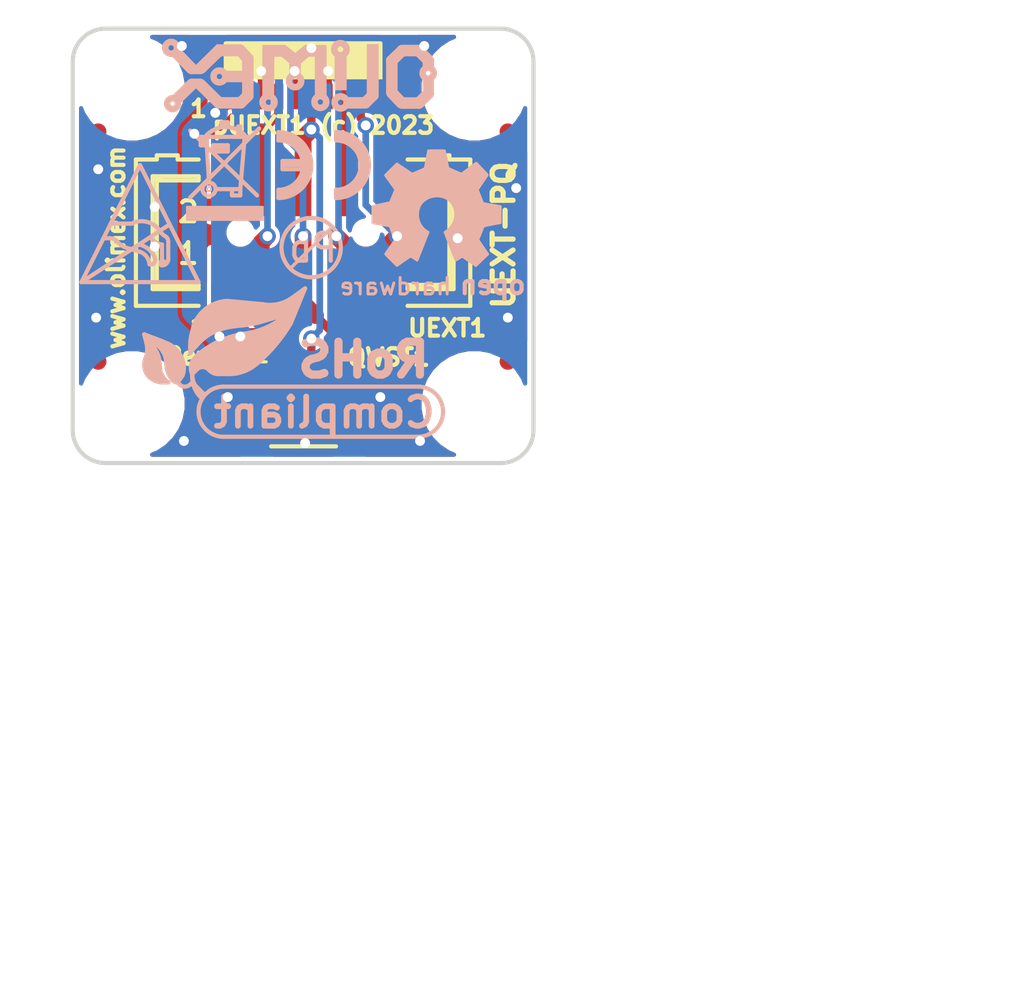
<source format=kicad_pcb>
(kicad_pcb (version 20171130) (host pcbnew 5.1.0-rc2-unknown-036be7d~80~ubuntu16.04.1)

  (general
    (thickness 1.6)
    (drawings 13)
    (tracks 111)
    (zones 0)
    (modules 18)
    (nets 15)
  )

  (page A4)
  (title_block
    (title UEXT-PQ)
    (date 2023-05-22)
    (rev A)
    (company "OLIMEX LTD")
    (comment 1 "(c) 2023")
  )

  (layers
    (0 F.Cu signal)
    (31 B.Cu signal)
    (32 B.Adhes user)
    (33 F.Adhes user)
    (34 B.Paste user)
    (35 F.Paste user)
    (36 B.SilkS user)
    (37 F.SilkS user)
    (38 B.Mask user)
    (39 F.Mask user)
    (40 Dwgs.User user hide)
    (41 Cmts.User user)
    (42 Eco1.User user)
    (43 Eco2.User user)
    (44 Edge.Cuts user)
    (45 Margin user)
    (46 B.CrtYd user)
    (47 F.CrtYd user hide)
    (48 B.Fab user hide)
    (49 F.Fab user hide)
  )

  (setup
    (last_trace_width 0.254)
    (user_trace_width 0.254)
    (user_trace_width 0.3048)
    (user_trace_width 0.4064)
    (user_trace_width 0.508)
    (user_trace_width 0.762)
    (user_trace_width 1.016)
    (user_trace_width 1.524)
    (trace_clearance 0.254)
    (zone_clearance 0.254)
    (zone_45_only no)
    (trace_min 0.2)
    (via_size 1)
    (via_drill 0.6)
    (via_min_size 1)
    (via_min_drill 0.6)
    (uvia_size 0.3)
    (uvia_drill 0.1)
    (uvias_allowed no)
    (uvia_min_size 0.2)
    (uvia_min_drill 0.1)
    (edge_width 0.05)
    (segment_width 0.2)
    (pcb_text_width 0.3)
    (pcb_text_size 1.5 1.5)
    (mod_edge_width 0.12)
    (mod_text_size 1 1)
    (mod_text_width 0.15)
    (pad_size 1.524 1.524)
    (pad_drill 0.762)
    (pad_to_mask_clearance 0.0508)
    (aux_axis_origin 0 0)
    (visible_elements FFFDF77F)
    (pcbplotparams
      (layerselection 0x010fc_ffffffff)
      (usegerberextensions false)
      (usegerberattributes false)
      (usegerberadvancedattributes false)
      (creategerberjobfile false)
      (excludeedgelayer true)
      (linewidth 0.100000)
      (plotframeref false)
      (viasonmask false)
      (mode 1)
      (useauxorigin false)
      (hpglpennumber 1)
      (hpglpenspeed 20)
      (hpglpendiameter 15.000000)
      (psnegative false)
      (psa4output false)
      (plotreference true)
      (plotvalue false)
      (plotinvisibletext false)
      (padsonsilk false)
      (subtractmaskfromsilk false)
      (outputformat 1)
      (mirror false)
      (drillshape 0)
      (scaleselection 1)
      (outputdirectory "Gerbers/"))
  )

  (net 0 "")
  (net 1 /UART-TX)
  (net 2 /UART-RX)
  (net 3 /SCL)
  (net 4 /SDA)
  (net 5 /MISO)
  (net 6 /MOSI)
  (net 7 /SCK)
  (net 8 /CS)
  (net 9 GND)
  (net 10 "Net-(FID2-PadFid1)")
  (net 11 "Net-(FID3-PadFid1)")
  (net 12 "Net-(FID4-PadFid1)")
  (net 13 "Net-(FID1-PadFid1)")
  (net 14 +3.3V)

  (net_class Default "This is the default net class."
    (clearance 0.254)
    (trace_width 0.254)
    (via_dia 1)
    (via_drill 0.6)
    (uvia_dia 0.3)
    (uvia_drill 0.1)
    (add_net +3.3V)
    (add_net /CS)
    (add_net /MISO)
    (add_net /MOSI)
    (add_net /SCK)
    (add_net /SCL)
    (add_net /SDA)
    (add_net /UART-RX)
    (add_net /UART-TX)
    (add_net GND)
    (add_net "Net-(FID1-PadFid1)")
    (add_net "Net-(FID2-PadFid1)")
    (add_net "Net-(FID3-PadFid1)")
    (add_net "Net-(FID4-PadFid1)")
  )

  (module OLIMEX_Signs-FP:Sign_RoHS_1 (layer B.Cu) (tedit 62149731) (tstamp 646B2C79)
    (at 94.488 150.368 180)
    (descr Sign)
    (tags Sign)
    (attr virtual)
    (fp_text reference Sign_RoHS_1 (at 3.29692 7.10184 180) (layer B.Fab) hide
      (effects (font (size 2 2) (thickness 0.5)) (justify mirror))
    )
    (fp_text value Sign_RoHS_1 (at 6.29158 -2.07264 180) (layer B.Fab) hide
      (effects (font (size 1.778 1.778) (thickness 0.35)) (justify mirror))
    )
    (fp_arc (start 15.72514 3.40614) (end 15.113 2.794) (angle -44.9) (layer B.SilkS) (width 0.254))
    (fp_arc (start 17.2974 3.7719) (end 15.7988 3.86842) (angle -45) (layer B.SilkS) (width 0.254))
    (fp_arc (start 14.26972 3.80746) (end 15.7988 3.8608) (angle -45) (layer B.SilkS) (width 0.254))
    (fp_arc (start 15.11046 3.09626) (end 15.41526 2.79146) (angle -44.9) (layer B.SilkS) (width 0.254))
    (fp_arc (start 14.96822 3.67538) (end 16.1798 3.4671) (angle -45) (layer B.SilkS) (width 0.254))
    (fp_arc (start 17.96796 3.74396) (end 16.2052 3.81508) (angle -34.7) (layer B.SilkS) (width 0.254))
    (fp_arc (start 16.0274 3.48996) (end 16.22552 2.68986) (angle -14) (layer B.SilkS) (width 0.254))
    (fp_arc (start 16.02232 3.87604) (end 16.80718 2.96418) (angle -30.9) (layer B.SilkS) (width 0.254))
    (fp_arc (start 16.07312 3.74396) (end 17.145 3.74396) (angle -45) (layer B.SilkS) (width 0.254))
    (fp_arc (start 16.15186 3.74396) (end 17.07388 4.11226) (angle -21.8) (layer B.SilkS) (width 0.254))
    (fp_arc (start 18.48866 4.67868) (end 17.07388 4.11226) (angle -35.8) (layer B.SilkS) (width 0.254))
    (fp_arc (start 16.30934 3.62458) (end 14.986 4.3815) (angle -37) (layer B.SilkS) (width 0.254))
    (fp_arc (start 16.256 3.5306) (end 14.732 3.5306) (angle -29.7) (layer B.SilkS) (width 0.254))
    (fp_arc (start 15.9258 3.5306) (end 14.81582 3.0861) (angle -21.8) (layer B.SilkS) (width 0.254))
    (fp_arc (start 14.68628 2.82448) (end 14.97838 2.53238) (angle -45) (layer B.SilkS) (width 0.254))
    (fp_arc (start 14.68628 2.91846) (end 14.68628 2.413) (angle -45) (layer B.SilkS) (width 0.254))
    (fp_arc (start 13.30198 3.04546) (end 14.224 3.048) (angle -45) (layer B.SilkS) (width 0.254))
    (fp_arc (start 12.48918 3.00228) (end 14.224 3.00228) (angle -44.9) (layer B.SilkS) (width 0.254))
    (fp_arc (start 11.96594 13.3096) (end 11.49604 6.10108) (angle -10.8) (layer B.SilkS) (width 0.254))
    (fp_arc (start 11.14298 1.9812) (end 12.0142 6.02742) (angle -18.9) (layer B.SilkS) (width 0.254))
    (fp_arc (start 10.51306 1.7272) (end 13.28928 5.51942) (angle -18.4) (layer B.SilkS) (width 0.254))
    (fp_arc (start 13.462 3.55346) (end 14.10462 4.11226) (angle -67.4) (layer B.SilkS) (width 0.254))
    (fp_arc (start 10.27938 0.1524) (end 11.3792 5.57022) (angle -29.9) (layer B.SilkS) (width 0.254))
    (fp_arc (start 11.67384 10.37844) (end 11.06932 5.63118) (angle -26.1) (layer B.SilkS) (width 0.254))
    (fp_arc (start 12.68984 3.17246) (end 14.224 3.175) (angle -45) (layer B.SilkS) (width 0.254))
    (fp_arc (start 11.30046 4.89712) (end 14.29004 5.50418) (angle -12.8) (layer B.SilkS) (width 0.254))
    (fp_arc (start 11.99896 5.3467) (end 12.09294 7.62) (angle -68.1) (layer B.SilkS) (width 0.254))
    (fp_arc (start 9.49706 9.6647) (end 9.9441 7.42442) (angle -45) (layer B.SilkS) (width 0.254))
    (fp_arc (start 11.99388 5.7658) (end 12.12088 3.175) (angle -44.9) (layer B.SilkS) (width 0.254))
    (fp_arc (start 16.57858 11.18616) (end 10.21588 3.87858) (angle -18.4) (layer B.SilkS) (width 0.254))
    (fp_arc (start 13.589 3.09118) (end 13.22832 3.44932) (angle -90) (layer B.SilkS) (width 0.254))
    (fp_arc (start 12.6365 3.93446) (end 13.17498 3.39598) (angle -45) (layer B.SilkS) (width 0.254))
    (fp_arc (start 12.319 0.889) (end 13.843 0.889) (angle -90) (layer B.SilkS) (width 0.254))
    (fp_arc (start 0.508 0.889) (end 0.508 -0.635) (angle -90) (layer B.SilkS) (width 0.254))
    (fp_arc (start 0.508 0.889) (end -1.016 0.889) (angle -90) (layer B.SilkS) (width 0.254))
    (fp_arc (start 12.319 0.889) (end 12.319 2.413) (angle -90) (layer B.SilkS) (width 0.254))
    (fp_text user Compliant (at 6.20014 0.8382 180) (layer B.SilkS)
      (effects (font (size 1.778 1.778) (thickness 0.35)) (justify mirror))
    )
    (fp_text user RoHS (at 3.81508 4.04368 180) (layer B.SilkS)
      (effects (font (size 2 2) (thickness 0.5)) (justify mirror))
    )
    (fp_line (start 12.319 2.413) (end 0.508 2.413) (layer B.SilkS) (width 0.254))
    (fp_line (start 0.508 -0.635) (end 12.319 -0.635) (layer B.SilkS) (width 0.254))
    (fp_line (start 13.17498 3.39598) (end 13.22832 3.44932) (layer B.SilkS) (width 0.254))
    (fp_line (start 13.94714 3.44932) (end 14.224 3.175) (layer B.SilkS) (width 0.254))
    (fp_line (start 7.366 8.382) (end 8.23214 6.26618) (layer B.SilkS) (width 0.254))
    (fp_line (start 10.21588 3.87858) (end 10.25144 3.84302) (layer B.SilkS) (width 0.254))
    (fp_line (start 12.12088 3.175) (end 12.6365 3.175) (layer B.SilkS) (width 0.254))
    (fp_line (start 7.366 8.382) (end 8.22706 7.76224) (layer B.SilkS) (width 0.254))
    (fp_line (start 9.9441 7.42442) (end 12.09294 7.62) (layer B.SilkS) (width 0.254))
    (fp_line (start 14.14272 6.10362) (end 14.29004 5.50418) (layer B.SilkS) (width 0.254))
    (fp_line (start 14.34846 4.826) (end 14.34846 4.445) (layer B.SilkS) (width 0.254))
    (fp_line (start 14.24686 3.22072) (end 14.224 3.175) (layer B.SilkS) (width 0.254))
    (fp_line (start 13.589 1.905) (end 13.77442 2.09042) (layer B.SilkS) (width 0.254))
    (fp_line (start 8.76046 6.731) (end 9.0424 6.38302) (layer B.SilkS) (width 0.254))
    (fp_line (start 11.06932 5.63118) (end 11.3792 5.57022) (layer B.SilkS) (width 0.254))
    (fp_line (start 13.93444 4.30022) (end 14.10462 4.11226) (layer B.SilkS) (width 0.254))
    (fp_line (start 14.34846 4.445) (end 14.34592 4.44754) (layer B.SilkS) (width 0.254))
    (fp_line (start 13.28928 5.51942) (end 13.28166 5.5245) (layer B.SilkS) (width 0.254))
    (fp_line (start 12.0142 6.02742) (end 11.49604 6.10108) (layer B.SilkS) (width 0.254))
    (fp_line (start 10.1473 6.31698) (end 8.76046 6.731) (layer B.SilkS) (width 0.254))
    (fp_line (start 13.589 1.778) (end 14.097 2.54) (layer B.SilkS) (width 0.254))
    (fp_line (start 14.224 3.00228) (end 14.224 3.048) (layer B.SilkS) (width 0.254))
    (fp_line (start 13.462 1.905) (end 13.95222 2.39522) (layer B.SilkS) (width 0.254))
    (fp_line (start 14.224 2.667) (end 14.32814 2.56032) (layer B.SilkS) (width 0.254))
    (fp_line (start 14.97838 2.53238) (end 15.113 2.667) (layer B.SilkS) (width 0.254))
    (fp_line (start 15.113 2.667) (end 14.81582 3.0861) (layer B.SilkS) (width 0.254))
    (fp_line (start 14.93266 4.28752) (end 14.986 4.3815) (layer B.SilkS) (width 0.254))
    (fp_line (start 15.70736 5.02666) (end 16.129 5.207) (layer B.SilkS) (width 0.254))
    (fp_line (start 16.129 5.207) (end 17.145 5.588) (layer B.SilkS) (width 0.254))
    (fp_line (start 17.145 5.588) (end 17.01038 5.04952) (layer B.SilkS) (width 0.254))
    (fp_line (start 16.83004 2.98704) (end 16.80718 2.96418) (layer B.SilkS) (width 0.254))
    (fp_line (start 16.0274 2.667) (end 15.6718 2.667) (layer B.SilkS) (width 0.254))
    (fp_line (start 15.1257 2.667) (end 15.113 2.667) (layer B.SilkS) (width 0.254))
    (fp_line (start 16.2052 3.85826) (end 16.1798 3.4671) (layer B.SilkS) (width 0.254))
    (fp_line (start 7.747 7.874) (end 8.76046 7.23646) (layer B.SilkS) (width 0.254))
    (fp_line (start 8.76046 7.23646) (end 9.906 7.23646) (layer B.SilkS) (width 0.508))
    (fp_line (start 9.906 7.23646) (end 10.922 7.366) (layer B.SilkS) (width 0.508))
    (fp_line (start 10.922 7.366) (end 12.573 7.366) (layer B.SilkS) (width 0.508))
    (fp_line (start 12.573 7.366) (end 13.208 6.985) (layer B.SilkS) (width 0.508))
    (fp_line (start 13.208 6.985) (end 13.716 6.477) (layer B.SilkS) (width 0.508))
    (fp_line (start 13.716 6.477) (end 13.97 5.969) (layer B.SilkS) (width 0.508))
    (fp_line (start 13.97 5.969) (end 14.097 4.953) (layer B.SilkS) (width 0.508))
    (fp_line (start 14.097 4.953) (end 13.589 5.588) (layer B.SilkS) (width 0.508))
    (fp_line (start 13.589 5.588) (end 12.954 5.969) (layer B.SilkS) (width 0.508))
    (fp_line (start 12.954 5.969) (end 13.208 6.477) (layer B.SilkS) (width 0.508))
    (fp_line (start 13.208 6.477) (end 13.589 5.969) (layer B.SilkS) (width 0.508))
    (fp_line (start 12.827 5.969) (end 12.192 6.35) (layer B.SilkS) (width 0.508))
    (fp_line (start 12.192 6.35) (end 11.684 6.35) (layer B.SilkS) (width 0.508))
    (fp_line (start 11.684 6.35) (end 11.557 6.35) (layer B.SilkS) (width 0.508))
    (fp_line (start 11.557 6.35) (end 10.414 6.477) (layer B.SilkS) (width 0.508))
    (fp_line (start 10.414 6.477) (end 9.144 6.858) (layer B.SilkS) (width 0.508))
    (fp_line (start 9.144 6.858) (end 8.636 6.985) (layer B.SilkS) (width 0.508))
    (fp_line (start 8.636 6.985) (end 13.208 6.985) (layer B.SilkS) (width 0.508))
    (fp_line (start 13.208 6.985) (end 13.208 6.731) (layer B.SilkS) (width 0.508))
    (fp_line (start 13.208 6.477) (end 13.208 6.731) (layer B.SilkS) (width 0.508))
    (fp_line (start 13.208 6.731) (end 8.255 6.8072) (layer B.SilkS) (width 0.508))
    (fp_line (start 13.335 6.35) (end 11.684 6.35) (layer B.SilkS) (width 0.508))
    (fp_line (start 7.747 7.874) (end 8.255 6.985) (layer B.SilkS) (width 0.508))
    (fp_line (start 8.255 6.985) (end 8.382 6.477) (layer B.SilkS) (width 0.508))
    (fp_line (start 8.382 6.477) (end 8.76046 5.969) (layer B.SilkS) (width 0.508))
    (fp_line (start 8.76046 5.969) (end 8.76046 6.35) (layer B.SilkS) (width 0.508))
    (fp_line (start 8.76046 6.35) (end 8.382 7.23646) (layer B.SilkS) (width 0.508))
    (fp_line (start 8.89 5.842) (end 9.271 5.334) (layer B.SilkS) (width 0.508))
    (fp_line (start 9.271 5.334) (end 9.525 4.953) (layer B.SilkS) (width 0.508))
    (fp_line (start 9.525 4.953) (end 10.414 4.064) (layer B.SilkS) (width 0.508))
    (fp_line (start 10.414 4.064) (end 10.922 3.683) (layer B.SilkS) (width 0.508))
    (fp_line (start 10.922 3.683) (end 11.811 3.429) (layer B.SilkS) (width 0.508))
    (fp_line (start 11.811 3.429) (end 12.7 3.429) (layer B.SilkS) (width 0.508))
    (fp_line (start 12.7 3.429) (end 13.462 3.937) (layer B.SilkS) (width 0.508))
    (fp_line (start 13.462 3.937) (end 13.843 3.81) (layer B.SilkS) (width 0.508))
    (fp_line (start 13.843 3.81) (end 14.097 3.556) (layer B.SilkS) (width 0.508))
    (fp_line (start 14.097 3.556) (end 13.843 4.064) (layer B.SilkS) (width 0.508))
    (fp_line (start 13.843 4.064) (end 13.335 4.572) (layer B.SilkS) (width 0.508))
    (fp_line (start 13.335 4.572) (end 12.6492 4.9784) (layer B.SilkS) (width 0.508))
    (fp_line (start 12.6492 4.9784) (end 11.2522 5.461) (layer B.SilkS) (width 0.508))
    (fp_line (start 11.2522 5.461) (end 10.6426 5.461) (layer B.SilkS) (width 0.508))
    (fp_line (start 10.6426 5.461) (end 9.906 5.715) (layer B.SilkS) (width 0.508))
    (fp_line (start 9.906 5.715) (end 9.144 6.096) (layer B.SilkS) (width 0.508))
    (fp_line (start 9.271 5.715) (end 10.033 5.08) (layer B.SilkS) (width 0.508))
    (fp_line (start 10.033 5.08) (end 10.16 5.207) (layer B.SilkS) (width 0.508))
    (fp_line (start 10.16 5.207) (end 10.287 5.207) (layer B.SilkS) (width 0.508))
    (fp_line (start 10.287 5.207) (end 11.43 5.08) (layer B.SilkS) (width 0.508))
    (fp_line (start 11.43 5.08) (end 12.446 4.826) (layer B.SilkS) (width 0.508))
    (fp_line (start 12.446 4.826) (end 13.081 4.318) (layer B.SilkS) (width 0.508))
    (fp_line (start 13.081 4.318) (end 13.208 4.191) (layer B.SilkS) (width 0.508))
    (fp_line (start 13.208 4.191) (end 13.081 3.937) (layer B.SilkS) (width 0.508))
    (fp_line (start 13.081 3.937) (end 12.827 3.937) (layer B.SilkS) (width 0.508))
    (fp_line (start 12.827 3.937) (end 12.446 3.81) (layer B.SilkS) (width 0.508))
    (fp_line (start 12.446 3.81) (end 11.811 3.81) (layer B.SilkS) (width 0.508))
    (fp_line (start 11.811 3.81) (end 11.43 3.937) (layer B.SilkS) (width 0.508))
    (fp_line (start 11.43 3.937) (end 10.922 4.064) (layer B.SilkS) (width 0.508))
    (fp_line (start 10.922 4.064) (end 10.287 4.572) (layer B.SilkS) (width 0.508))
    (fp_line (start 10.287 4.572) (end 10.16 4.699) (layer B.SilkS) (width 0.508))
    (fp_line (start 10.16 4.699) (end 10.287 4.826) (layer B.SilkS) (width 0.508))
    (fp_line (start 10.287 4.826) (end 10.795 4.826) (layer B.SilkS) (width 0.508))
    (fp_line (start 10.795 4.826) (end 11.811 4.572) (layer B.SilkS) (width 0.508))
    (fp_line (start 11.811 4.572) (end 12.065 4.572) (layer B.SilkS) (width 0.508))
    (fp_line (start 12.065 4.572) (end 12.573 4.318) (layer B.SilkS) (width 0.508))
    (fp_line (start 12.573 4.318) (end 12.573 4.191) (layer B.SilkS) (width 0.508))
    (fp_line (start 12.573 4.191) (end 12.446 4.064) (layer B.SilkS) (width 0.508))
    (fp_line (start 12.446 4.064) (end 12.065 4.191) (layer B.SilkS) (width 0.508))
    (fp_line (start 12.065 4.191) (end 10.795 4.445) (layer B.SilkS) (width 0.508))
    (fp_line (start 15.41526 2.79146) (end 15.38732 2.76352) (layer B.SilkS) (width 0.254))
    (fp_line (start 15.7988 3.8608) (end 15.7988 3.86842) (layer B.SilkS) (width 0.254))
    (fp_line (start 14.859 3.40614) (end 14.859 3.429) (layer B.SilkS) (width 0.254))
    (fp_line (start 14.859 3.429) (end 14.859 3.683) (layer B.SilkS) (width 0.254))
    (fp_line (start 14.859 3.683) (end 14.986 3.683) (layer B.SilkS) (width 0.254))
    (fp_line (start 14.986 3.683) (end 15.113 3.683) (layer B.SilkS) (width 0.254))
    (fp_line (start 15.113 3.683) (end 15.113 3.048) (layer B.SilkS) (width 0.254))
    (fp_line (start 14.986 3.683) (end 14.986 3.556) (layer B.SilkS) (width 0.254))
    (fp_line (start 14.986 3.556) (end 14.986 3.175) (layer B.SilkS) (width 0.254))
    (fp_line (start 14.986 3.175) (end 14.986 3.048) (layer B.SilkS) (width 0.254))
    (fp_line (start 14.986 3.048) (end 14.986 2.921) (layer B.SilkS) (width 0.254))
    (fp_line (start 15.113 3.683) (end 15.494 3.683) (layer B.SilkS) (width 0.254))
    (fp_line (start 15.494 3.683) (end 15.748 3.683) (layer B.SilkS) (width 0.254))
    (fp_line (start 15.748 3.683) (end 15.24 2.794) (layer B.SilkS) (width 0.254))
    (fp_line (start 15.494 3.683) (end 15.494 3.175) (layer B.SilkS) (width 0.254))
    (fp_line (start 14.986 3.556) (end 15.621 3.556) (layer B.SilkS) (width 0.254))
    (fp_line (start 14.859 3.429) (end 15.621 3.429) (layer B.SilkS) (width 0.254))
    (fp_line (start 14.859 3.302) (end 15.621 3.302) (layer B.SilkS) (width 0.254))
    (fp_line (start 14.986 3.175) (end 15.621 3.175) (layer B.SilkS) (width 0.254))
    (fp_line (start 14.986 3.048) (end 15.494 3.048) (layer B.SilkS) (width 0.254))
    (fp_line (start 15.748 3.81) (end 14.859 3.81) (layer B.SilkS) (width 0.254))
    (fp_line (start 15.748 3.937) (end 14.859 3.937) (layer B.SilkS) (width 0.254))
    (fp_line (start 15.748 4.064) (end 14.986 4.064) (layer B.SilkS) (width 0.254))
    (fp_line (start 15.748 4.191) (end 14.986 4.191) (layer B.SilkS) (width 0.254))
    (fp_line (start 15.875 4.318) (end 14.986 4.318) (layer B.SilkS) (width 0.254))
    (fp_line (start 15.875 4.445) (end 15.113 4.445) (layer B.SilkS) (width 0.254))
    (fp_line (start 16.002 4.572) (end 15.24 4.572) (layer B.SilkS) (width 0.254))
    (fp_line (start 16.002 4.699) (end 15.367 4.699) (layer B.SilkS) (width 0.254))
    (fp_line (start 16.129 4.826) (end 15.621 4.826) (layer B.SilkS) (width 0.254))
    (fp_line (start 16.891 4.953) (end 16.764 4.953) (layer B.SilkS) (width 0.254))
    (fp_line (start 16.764 4.953) (end 16.637 4.953) (layer B.SilkS) (width 0.254))
    (fp_line (start 16.637 4.953) (end 15.748 4.953) (layer B.SilkS) (width 0.254))
    (fp_line (start 16.129 5.08) (end 16.891 5.08) (layer B.SilkS) (width 0.254))
    (fp_line (start 16.383 5.207) (end 17.018 5.207) (layer B.SilkS) (width 0.254))
    (fp_line (start 16.51 5.334) (end 17.018 5.334) (layer B.SilkS) (width 0.254))
    (fp_line (start 16.637 4.953) (end 16.637 4.445) (layer B.SilkS) (width 0.254))
    (fp_line (start 16.764 4.953) (end 16.764 4.445) (layer B.SilkS) (width 0.254))
    (fp_line (start 16.383 4.445) (end 16.891 4.445) (layer B.SilkS) (width 0.254))
    (fp_line (start 16.383 4.318) (end 16.891 4.318) (layer B.SilkS) (width 0.254))
    (fp_line (start 16.256 4.191) (end 16.891 4.191) (layer B.SilkS) (width 0.254))
    (fp_line (start 16.256 4.064) (end 17.018 4.064) (layer B.SilkS) (width 0.254))
    (fp_line (start 16.256 3.937) (end 17.018 3.937) (layer B.SilkS) (width 0.254))
    (fp_line (start 16.256 3.81) (end 17.018 3.81) (layer B.SilkS) (width 0.254))
    (fp_line (start 16.256 3.683) (end 17.018 3.683) (layer B.SilkS) (width 0.254))
    (fp_line (start 16.256 3.556) (end 17.018 3.556) (layer B.SilkS) (width 0.254))
    (fp_line (start 16.256 3.429) (end 17.018 3.429) (layer B.SilkS) (width 0.254))
    (fp_line (start 16.1798 3.302) (end 17.018 3.302) (layer B.SilkS) (width 0.254))
    (fp_line (start 16.129 3.175) (end 16.891 3.175) (layer B.SilkS) (width 0.254))
    (fp_line (start 16.129 3.048) (end 16.764 3.048) (layer B.SilkS) (width 0.254))
    (fp_line (start 16.002 2.921) (end 16.637 2.921) (layer B.SilkS) (width 0.254))
    (fp_line (start 15.875 2.794) (end 16.383 2.794) (layer B.SilkS) (width 0.254))
  )

  (module OLIMEX_Signs-FP:CE_Sign (layer B.Cu) (tedit 621494B2) (tstamp 646B4053)
    (at 87.249 134.493 180)
    (descr Sign)
    (tags Sign)
    (attr virtual)
    (fp_text reference Sign_CE (at 0 3 180 unlocked) (layer B.SilkS) hide
      (effects (font (size 1.27 1.27) (thickness 0.254)) (justify mirror))
    )
    (fp_text value CE_Sign (at 0 -3 180 unlocked) (layer B.Fab) hide
      (effects (font (size 1 1) (thickness 0.15)) (justify mirror))
    )
    (fp_arc (start 1.75 0) (end 1.75 2) (angle 180) (layer B.SilkS) (width 0.254))
    (fp_arc (start 1.75 0) (end 1.7 1.75) (angle 176.727513) (layer B.SilkS) (width 0.3))
    (fp_arc (start 1.75 0) (end 1.75 1.5) (angle 180) (layer B.SilkS) (width 0.254))
    (fp_arc (start -1.75 0) (end -1.8 1.75) (angle 176.727513) (layer B.SilkS) (width 0.3))
    (fp_arc (start -1.75 0) (end -1.75 2) (angle 180) (layer B.SilkS) (width 0.254))
    (fp_arc (start -1.75 0) (end -1.75 1.5) (angle 180) (layer B.SilkS) (width 0.254))
    (fp_circle (center -1.75 0) (end 0.25 0) (layer Dwgs.User) (width 0.254))
    (fp_circle (center 1.75 0) (end 3.75 0) (layer Dwgs.User) (width 0.254))
    (fp_circle (center -1.75 0) (end -0.25 0) (layer Dwgs.User) (width 0.254))
    (fp_circle (center 1.75 0) (end 3.25 0) (layer Dwgs.User) (width 0.254))
    (fp_line (start -1.75 2) (end -1.75 1.5) (layer B.SilkS) (width 0.254))
    (fp_line (start -1.75 -1.5) (end -1.75 -2) (layer B.SilkS) (width 0.254))
    (fp_line (start 1.75 -1.5) (end 1.75 -2) (layer B.SilkS) (width 0.254))
    (fp_line (start 1.75 2) (end 1.75 1.5) (layer B.SilkS) (width 0.254))
    (fp_line (start 0.25 0.25) (end 1.5 0.25) (layer B.SilkS) (width 0.254))
    (fp_line (start 1.5 0.25) (end 1.5 -0.25) (layer B.SilkS) (width 0.254))
    (fp_line (start 1.5 -0.25) (end 0.25 -0.25) (layer B.SilkS) (width 0.254))
    (fp_line (start 1.5 0) (end 0.25 0) (layer B.SilkS) (width 0.254))
  )

  (module OLIMEX_Connectors-FP:GBH-254-SMT-10 (layer F.Cu) (tedit 645DF6F5) (tstamp 64661C6F)
    (at 87 138.6)
    (path /605E937D)
    (solder_mask_margin 0.0508)
    (solder_paste_margin 0.127)
    (attr smd)
    (fp_text reference UEXT1 (at 8.758 5.799) (layer F.SilkS)
      (effects (font (size 1.016 1.016) (thickness 0.254)))
    )
    (fp_text value P-B-V-10-LF (at 0 -6.35) (layer F.Fab)
      (effects (font (size 1.27 1.27) (thickness 0.254)))
    )
    (fp_line (start -6.35 -3.175) (end -6.35 -3.429) (layer F.SilkS) (width 0.254))
    (fp_line (start -6.35 3.429) (end -6.35 3.175) (layer F.SilkS) (width 0.254))
    (fp_line (start 6.35 3.429) (end 6.35 3.175) (layer F.SilkS) (width 0.254))
    (fp_line (start 6.35 -3.175) (end 6.35 -3.429) (layer F.SilkS) (width 0.254))
    (fp_line (start -6.35 4.445) (end -10.16 4.445) (layer F.SilkS) (width 0.254))
    (fp_line (start -5.715 4.445) (end -6.35 4.445) (layer F.Fab) (width 0.254))
    (fp_line (start -5.715 4.445) (end -5.715 4.318) (layer F.Fab) (width 0.254))
    (fp_line (start -4.445 4.318) (end -5.715 4.318) (layer F.Fab) (width 0.254))
    (fp_line (start -4.445 4.318) (end -4.445 4.445) (layer F.Fab) (width 0.254))
    (fp_line (start -2.032 4.445) (end -4.445 4.445) (layer F.Fab) (width 0.254))
    (fp_line (start 4.572 3.937) (end 3.048 3.937) (layer F.Fab) (width 0.254))
    (fp_line (start 4.572 3.429) (end 4.572 3.937) (layer F.Fab) (width 0.254))
    (fp_line (start 3.048 3.937) (end 2.54 3.937) (layer F.Fab) (width 0.254))
    (fp_line (start 3.048 3.429) (end 3.048 3.937) (layer F.Fab) (width 0.254))
    (fp_line (start -2.032 3.429) (end -2.032 4.445) (layer F.Fab) (width 0.254))
    (fp_line (start -6.35 3.429) (end -2.032 3.429) (layer F.Fab) (width 0.254))
    (fp_line (start -9.144 3.429) (end -6.35 3.429) (layer F.SilkS) (width 0.254))
    (fp_line (start -9.144 -3.429) (end -9.144 3.429) (layer F.SilkS) (width 0.254))
    (fp_line (start -6.35 -3.429) (end -9.144 -3.429) (layer F.SilkS) (width 0.254))
    (fp_line (start 6.35 -3.429) (end -6.35 -3.429) (layer F.Fab) (width 0.254))
    (fp_line (start 9.144 -3.429) (end 6.35 -3.429) (layer F.SilkS) (width 0.254))
    (fp_line (start 9.144 3.429) (end 9.144 -3.429) (layer F.SilkS) (width 0.254))
    (fp_line (start 6.35 3.429) (end 9.144 3.429) (layer F.SilkS) (width 0.254))
    (fp_line (start 4.572 3.429) (end 6.35 3.429) (layer F.Fab) (width 0.254))
    (fp_line (start 2.032 3.429) (end 2.032 4.445) (layer F.Fab) (width 0.254))
    (fp_line (start 3.048 3.429) (end 2.032 3.429) (layer F.Fab) (width 0.254))
    (fp_line (start 5.08 3.937) (end 4.572 3.937) (layer F.Fab) (width 0.254))
    (fp_line (start 5.08 3.937) (end 5.461 4.445) (layer F.Fab) (width 0.254))
    (fp_line (start 2.159 4.445) (end 2.54 3.937) (layer F.Fab) (width 0.254))
    (fp_line (start 4.572 3.175) (end 3.048 3.175) (layer F.Fab) (width 0.254))
    (fp_line (start 4.572 3.175) (end 4.572 3.429) (layer F.Fab) (width 0.254))
    (fp_line (start 3.048 3.175) (end 2.032 3.175) (layer F.Fab) (width 0.254))
    (fp_line (start 3.048 3.175) (end 3.048 3.429) (layer F.Fab) (width 0.254))
    (fp_line (start 2.032 4.445) (end -2.032 4.445) (layer F.Fab) (width 0.254))
    (fp_line (start 2.159 4.445) (end 2.032 4.445) (layer F.Fab) (width 0.254))
    (fp_line (start -6.35 -4.445) (end -0.635 -4.445) (layer F.Fab) (width 0.254))
    (fp_line (start -7.62 -4.445) (end -6.35 -4.445) (layer F.SilkS) (width 0.254))
    (fp_line (start -7.62 -4.699) (end -7.62 -4.445) (layer F.SilkS) (width 0.254))
    (fp_line (start -8.89 -4.699) (end -8.89 -4.445) (layer F.SilkS) (width 0.254))
    (fp_line (start -7.62 -4.699) (end -8.89 -4.699) (layer F.SilkS) (width 0.254))
    (fp_line (start -0.635 -4.699) (end -0.635 -4.445) (layer F.Fab) (width 0.254))
    (fp_line (start 6.35 -4.445) (end 7.62 -4.445) (layer F.SilkS) (width 0.254))
    (fp_line (start 0.635 -4.445) (end 6.35 -4.445) (layer F.Fab) (width 0.254))
    (fp_line (start 0.635 -4.699) (end 0.635 -4.445) (layer F.Fab) (width 0.254))
    (fp_line (start 0.635 -4.699) (end -0.635 -4.699) (layer F.Fab) (width 0.254))
    (fp_line (start 8.89 -4.445) (end 10.16 -4.445) (layer F.SilkS) (width 0.254))
    (fp_line (start 7.62 -4.445) (end 7.62 -4.699) (layer F.SilkS) (width 0.254))
    (fp_line (start 8.89 -4.699) (end 7.62 -4.699) (layer F.SilkS) (width 0.254))
    (fp_line (start 8.89 -4.445) (end 8.89 -4.699) (layer F.SilkS) (width 0.254))
    (fp_line (start 2.032 3.175) (end 2.032 3.429) (layer F.Fab) (width 0.254))
    (fp_line (start 2.032 2.413) (end 2.032 3.175) (layer F.Fab) (width 0.254))
    (fp_line (start -2.032 3.175) (end -2.032 3.429) (layer F.Fab) (width 0.254))
    (fp_line (start -6.35 3.175) (end -8.89 3.175) (layer F.SilkS) (width 0.254))
    (fp_line (start -2.032 3.175) (end -6.35 3.175) (layer F.Fab) (width 0.254))
    (fp_line (start -2.032 3.175) (end -2.032 2.413) (layer F.Fab) (width 0.254))
    (fp_line (start 2.032 2.413) (end -2.032 2.413) (layer F.Fab) (width 0.254))
    (fp_line (start 6.35 3.175) (end 4.572 3.175) (layer F.Fab) (width 0.254))
    (fp_line (start 8.89 3.175) (end 6.35 3.175) (layer F.SilkS) (width 0.254))
    (fp_line (start -10.16 -4.445) (end -10.16 4.445) (layer F.SilkS) (width 0.254))
    (fp_line (start 10.16 4.445) (end 10.16 -4.445) (layer F.SilkS) (width 0.254))
    (fp_line (start 6.35 4.445) (end 5.461 4.445) (layer F.Fab) (width 0.254))
    (fp_line (start 10.16 4.445) (end 6.35 4.445) (layer F.SilkS) (width 0.254))
    (fp_line (start -10.16 -4.445) (end -8.89 -4.445) (layer F.SilkS) (width 0.254))
    (fp_line (start -8.89 -3.175) (end -8.89 3.175) (layer F.SilkS) (width 0.254))
    (fp_line (start 8.89 3.175) (end 8.89 -3.175) (layer F.SilkS) (width 0.254))
    (fp_line (start 6.35 -3.175) (end 8.89 -3.175) (layer F.SilkS) (width 0.254))
    (fp_line (start -6.35 -3.175) (end 6.35 -3.175) (layer F.Fab) (width 0.254))
    (fp_line (start -8.89 -3.175) (end -6.35 -3.175) (layer F.SilkS) (width 0.254))
    (fp_line (start -8.89 -3.175) (end -6.35 -3.175) (layer F.Fab) (width 0.254))
    (fp_line (start -8.89 -3.175) (end -8.89 3.175) (layer F.Fab) (width 0.254))
    (fp_line (start -10.16 -4.445) (end -8.89 -4.445) (layer F.Fab) (width 0.254))
    (fp_line (start -10.16 -4.445) (end -10.16 4.445) (layer F.Fab) (width 0.254))
    (fp_line (start -6.35 3.175) (end -8.89 3.175) (layer F.Fab) (width 0.254))
    (fp_line (start -7.62 -4.699) (end -8.89 -4.699) (layer F.Fab) (width 0.254))
    (fp_line (start -8.89 -4.699) (end -8.89 -4.445) (layer F.Fab) (width 0.254))
    (fp_line (start -7.62 -4.699) (end -7.62 -4.445) (layer F.Fab) (width 0.254))
    (fp_line (start -7.62 -4.445) (end -6.35 -4.445) (layer F.Fab) (width 0.254))
    (fp_line (start -6.35 -3.429) (end -9.144 -3.429) (layer F.Fab) (width 0.254))
    (fp_line (start -9.144 -3.429) (end -9.144 3.429) (layer F.Fab) (width 0.254))
    (fp_line (start -9.144 3.429) (end -6.35 3.429) (layer F.Fab) (width 0.254))
    (fp_line (start -6.35 4.445) (end -10.16 4.445) (layer F.Fab) (width 0.254))
    (fp_line (start 6.35 -3.175) (end 8.89 -3.175) (layer F.Fab) (width 0.254))
    (fp_line (start 8.89 3.175) (end 8.89 -3.175) (layer F.Fab) (width 0.254))
    (fp_line (start 10.16 4.445) (end 6.35 4.445) (layer F.Fab) (width 0.254))
    (fp_line (start 10.16 4.445) (end 10.16 -4.445) (layer F.Fab) (width 0.254))
    (fp_line (start 8.89 3.175) (end 6.35 3.175) (layer F.Fab) (width 0.254))
    (fp_line (start 8.89 -4.445) (end 8.89 -4.699) (layer F.Fab) (width 0.254))
    (fp_line (start 8.89 -4.699) (end 7.62 -4.699) (layer F.Fab) (width 0.254))
    (fp_line (start 7.62 -4.445) (end 7.62 -4.699) (layer F.Fab) (width 0.254))
    (fp_line (start 8.89 -4.445) (end 10.16 -4.445) (layer F.Fab) (width 0.254))
    (fp_line (start 6.35 -4.445) (end 7.62 -4.445) (layer F.Fab) (width 0.254))
    (fp_line (start 6.35 3.429) (end 9.144 3.429) (layer F.Fab) (width 0.254))
    (fp_line (start 9.144 3.429) (end 9.144 -3.429) (layer F.Fab) (width 0.254))
    (fp_line (start 9.144 -3.429) (end 6.35 -3.429) (layer F.Fab) (width 0.254))
    (fp_line (start -8.636 -3.302) (end -9.017 -3.302) (layer F.SilkS) (width 0.254))
    (fp_line (start -8.636 3.302) (end -9.017 3.302) (layer F.SilkS) (width 0.254))
    (fp_line (start 8.763 3.302) (end 9.017 3.302) (layer F.SilkS) (width 0.254))
    (fp_line (start 8.636 -3.302) (end 9.144 -3.302) (layer F.SilkS) (width 0.254))
    (fp_text user 2 (at -6.985 -1.27) (layer F.SilkS)
      (effects (font (size 1.27 1.27) (thickness 0.254)))
    )
    (fp_text user 1 (at -6.985 1.27) (layer F.SilkS)
      (effects (font (size 1.27 1.27) (thickness 0.254)))
    )
    (fp_text user 10 (at 0 3.429) (layer F.Fab)
      (effects (font (size 1.127 1.127) (thickness 0.254)))
    )
    (pad past smd trapezoid (at 0 -3.125) (size 1.7 4.55) (layers F.Paste))
    (pad "" np_thru_hole circle (at -3.81 0) (size 1.2 1.2) (drill 1.2) (layers *.Cu *.Mask)
      (solder_mask_margin 0.0508))
    (pad 10 smd rect (at 5.08 -3.125 90) (size 4.25 1) (layers F.Cu F.Mask)
      (net 8 /CS) (solder_mask_margin 0.0508))
    (pad 9 smd rect (at 5.08 3.125 90) (size 4.25 1) (layers F.Cu F.Mask)
      (net 7 /SCK) (solder_mask_margin 0.0508))
    (pad 8 smd rect (at 2.54 -3.125 90) (size 4.25 1) (layers F.Cu F.Mask)
      (net 6 /MOSI) (solder_mask_margin 0.0508))
    (pad 7 smd rect (at 2.54 3.125 90) (size 4.25 1) (layers F.Cu F.Mask)
      (net 5 /MISO) (solder_mask_margin 0.0508))
    (pad 6 smd rect (at 0 -3.125 90) (size 4.25 1) (layers F.Cu F.Mask)
      (net 4 /SDA) (solder_mask_margin 0.0508))
    (pad 5 smd rect (at 0 3.125 90) (size 4.25 1) (layers F.Cu F.Mask)
      (net 3 /SCL) (solder_mask_margin 0.0508))
    (pad 4 smd rect (at -2.54 -3.125 90) (size 4.25 1) (layers F.Cu F.Mask)
      (net 2 /UART-RX) (solder_mask_margin 0.0508))
    (pad 3 smd rect (at -2.54 3.125 90) (size 4.25 1) (layers F.Cu F.Mask)
      (net 1 /UART-TX) (solder_mask_margin 0.0508))
    (pad 2 smd rect (at -5.08 -3.125 90) (size 4.25 1) (layers F.Cu F.Mask)
      (net 9 GND) (solder_mask_margin 0.0508))
    (pad 1 smd rect (at -5.08 3.125 90) (size 4.25 1) (layers F.Cu F.Mask)
      (net 14 +3.3V) (solder_mask_margin 0.0508))
    (pad "" np_thru_hole circle (at 3.81 0) (size 1.2 1.2) (drill 1.2) (layers *.Cu *.Mask)
      (solder_mask_margin 0.0508))
    (pad past smd trapezoid (at -2.54 -3.125) (size 1.7 4.55) (layers F.Paste))
    (pad past smd trapezoid (at -5.08 -3.125) (size 1.7 4.55) (layers F.Paste))
    (pad past smd trapezoid (at 2.54 -3.125) (size 1.7 4.55) (layers F.Paste))
    (pad past smd trapezoid (at 5.08 -3.125) (size 1.7 4.55) (layers F.Paste))
    (pad past smd trapezoid (at 5.08 3.125) (size 1.7 4.55) (layers F.Paste))
    (pad past smd trapezoid (at 2.54 3.125) (size 1.7 4.55) (layers F.Paste))
    (pad past smd trapezoid (at 0 3.125) (size 1.7 4.55) (layers F.Paste))
    (pad past smd trapezoid (at -2.54 3.125) (size 1.7 4.55) (layers F.Paste))
    (pad past smd trapezoid (at -5.08 3.125) (size 1.7 4.55) (layers F.Paste))
    (model "${KIPRJMOD}/3d/GBH254SMT-10(B-V-10-LF)(IDC-Header_2x05_P2.54mm_Vertical_SMD).step"
      (at (xyz 0 0 0))
      (scale (xyz 1 1 1))
      (rotate (xyz 0 0 -90))
    )
  )

  (module OLIMEX_LOGOs-FP:LOGO_OPENHARDWARE_8x8 (layer B.Cu) (tedit 55534E4A) (tstamp 606E6DC1)
    (at 95.123 137.6045 180)
    (fp_text reference "" (at 0 -0.5) (layer B.Fab) hide
      (effects (font (size 1 1) (thickness 0.15)) (justify mirror))
    )
    (fp_text value "" (at 0 0.5) (layer B.Fab) hide
      (effects (font (size 1 1) (thickness 0.15)) (justify mirror))
    )
    (fp_line (start 1.16332 -1.0668) (end 1.49606 -1.79832) (layer B.SilkS) (width 1))
    (fp_line (start 1.16332 -1.15824) (end 2.34442 -2.1717) (layer B.SilkS) (width 1))
    (fp_line (start 1.27762 -1.02108) (end 1.89484 -1.34874) (layer B.SilkS) (width 1))
    (fp_line (start 1.59766 -0.60198) (end 2.20726 -0.70866) (layer B.SilkS) (width 1))
    (fp_line (start 2.43332 0.55626) (end 1.71196 0.40894) (layer B.SilkS) (width 1))
    (fp_line (start 2.19202 1.24968) (end 1.5367 0.88392) (layer B.SilkS) (width 1))
    (fp_line (start 1.32334 2.11836) (end 0.90424 1.53162) (layer B.SilkS) (width 1))
    (fp_line (start 0.7366 2.36982) (end 0.51562 1.68402) (layer B.SilkS) (width 1))
    (fp_line (start -0.52832 2.38506) (end -0.36068 1.77546) (layer B.SilkS) (width 1))
    (fp_line (start -0.96266 2.12598) (end -0.7874 1.76784) (layer B.SilkS) (width 1))
    (fp_line (start -1.96088 1.34874) (end -1.50368 1.05918) (layer B.SilkS) (width 1))
    (fp_line (start -2.13614 0.86868) (end -1.69418 0.70866) (layer B.SilkS) (width 1))
    (fp_line (start -2.46126 -0.37592) (end -1.75514 -0.24892) (layer B.SilkS) (width 1))
    (fp_line (start -2.21234 -1.02108) (end -1.64846 -0.54102) (layer B.SilkS) (width 1))
    (fp_line (start -1.54686 -1.92024) (end -1.1811 -1.15824) (layer B.SilkS) (width 1))
    (fp_line (start 3.24358 0.13208) (end 1.77546 0.04572) (layer B.SilkS) (width 1))
    (fp_line (start 2.25298 2.31648) (end 1.14046 1.24968) (layer B.SilkS) (width 1))
    (fp_line (start -0.0127 3.37312) (end -0.00762 1.85928) (layer B.SilkS) (width 1))
    (fp_line (start -2.2733 2.39776) (end -1.21158 1.29032) (layer B.SilkS) (width 1))
    (fp_line (start -3.25882 0.11176) (end -1.8415 0.17272) (layer B.SilkS) (width 1))
    (fp_line (start -2.2225 -2.09296) (end -1.36906 -1.07188) (layer B.SilkS) (width 1))
    (fp_line (start -1.2065 -0.66294) (end -0.89916 -0.92964) (layer B.SilkS) (width 0.15))
    (fp_line (start -1.5367 2.25044) (end -0.55372 2.7432) (layer B.SilkS) (width 0.15))
    (fp_line (start 0.64262 -1.25476) (end 0.5207 -0.97028) (layer B.SilkS) (width 0.15))
    (fp_line (start 0.77978 -0.8001) (end 0.52578 -0.9652) (layer B.SilkS) (width 0.15))
    (fp_line (start -0.72136 -0.79756) (end -0.4953 -0.97282) (layer B.SilkS) (width 0.15))
    (fp_line (start -1.08966 -0.68326) (end -0.83058 -1.02108) (layer B.SilkS) (width 0.15))
    (fp_line (start -1.31318 -0.46228) (end -1.2192 -0.63246) (layer B.SilkS) (width 0.15))
    (fp_line (start -1.31318 -0.46228) (end -1.2192 -0.63246) (layer B.SilkS) (width 0.15))
    (fp_line (start -1.45034 0.39116) (end -1.31826 -0.4318) (layer B.SilkS) (width 0.15))
    (fp_line (start -1.02616 1.12776) (end -1.44526 0.39624) (layer B.SilkS) (width 0.15))
    (fp_line (start -0.15494 1.55702) (end -1.02616 1.12776) (layer B.SilkS) (width 0.15))
    (fp_line (start 0.6604 1.38938) (end -0.15494 1.5494) (layer B.SilkS) (width 0.15))
    (fp_line (start 1.17094 0.96012) (end 0.6604 1.38938) (layer B.SilkS) (width 0.15))
    (fp_line (start 1.40462 0.28702) (end 1.17094 0.96012) (layer B.SilkS) (width 0.15))
    (fp_line (start 1.39954 -0.21844) (end 1.39954 0.29972) (layer B.SilkS) (width 0.15))
    (fp_line (start 1.02362 -0.92964) (end 1.39954 -0.21844) (layer B.SilkS) (width 0.15))
    (fp_line (start 0.84582 -1.05156) (end 1.02362 -0.92964) (layer B.SilkS) (width 0.15))
    (fp_line (start -2.4257 2.96926) (end -1.54178 2.2479) (layer B.SilkS) (width 0.15))
    (fp_line (start -2.18186 1.61544) (end -2.78384 2.52476) (layer B.SilkS) (width 0.15))
    (fp_line (start -2.18694 1.62052) (end -2.57302 0.6223) (layer B.SilkS) (width 0.15))
    (fp_line (start -3.71602 0.35306) (end -2.60096 0.59944) (layer B.SilkS) (width 0.15))
    (fp_line (start -3.57378 0.40894) (end -3.57378 -0.2413) (layer B.SilkS) (width 0.15))
    (fp_line (start 0.80264 -0.99314) (end 1.33096 -2.3749) (layer B.SilkS) (width 0.15))
    (fp_line (start 1.1938 -2.67208) (end 0.80772 -1.69164) (layer B.SilkS) (width 0.15))
    (fp_line (start 1.72212 -2.34442) (end 1.1938 -2.67208) (layer B.SilkS) (width 0.15))
    (fp_line (start 2.40538 -2.67716) (end 1.58496 -2.14884) (layer B.SilkS) (width 0.15))
    (fp_line (start 1.54178 -2.37236) (end 2.41808 -2.99212) (layer B.SilkS) (width 0.15))
    (fp_line (start 2.42824 -2.98704) (end 3.1115 -2.29616) (layer B.SilkS) (width 0.15))
    (fp_line (start 2.82448 -2.21234) (end 2.33934 -2.7432) (layer B.SilkS) (width 0.15))
    (fp_line (start 2.8575 -0.57658) (end 2.4765 -1.55702) (layer B.SilkS) (width 0.15))
    (fp_line (start 2.75336 -0.6096) (end 3.87604 -0.39878) (layer B.SilkS) (width 0.15))
    (fp_line (start 3.89128 0.57912) (end 3.88874 -0.37846) (layer B.SilkS) (width 0.15))
    (fp_line (start 3.80746 -0.16256) (end 2.70002 -0.38608) (layer B.SilkS) (width 0.15))
    (fp_line (start 2.50444 1.60782) (end 2.8702 0.73914) (layer B.SilkS) (width 0.15))
    (fp_line (start 3.11912 2.4892) (end 2.41554 1.4986) (layer B.SilkS) (width 0.15))
    (fp_line (start 2.42062 3.1877) (end 3.11404 2.49682) (layer B.SilkS) (width 0.15))
    (fp_line (start 1.40462 2.51206) (end 2.41554 3.18516) (layer B.SilkS) (width 0.15))
    (fp_line (start 0.71882 2.89814) (end 1.524 2.56032) (layer B.SilkS) (width 0.15))
    (fp_line (start 0.50292 3.9878) (end 0.72898 2.81686) (layer B.SilkS) (width 0.15))
    (fp_line (start -0.46228 3.9878) (end 0.50292 3.9878) (layer B.SilkS) (width 0.15))
    (fp_line (start -0.47244 3.98018) (end -0.6731 2.95402) (layer B.SilkS) (width 0.15))
    (fp_line (start -1.4605 2.58572) (end -0.55626 2.96418) (layer B.SilkS) (width 0.15))
    (fp_line (start -2.39522 3.23342) (end -1.42494 2.51714) (layer B.SilkS) (width 0.15))
    (fp_line (start -3.08102 2.51714) (end -2.40792 3.23088) (layer B.SilkS) (width 0.15))
    (fp_line (start -3.0607 2.48158) (end -2.46634 1.62814) (layer B.SilkS) (width 0.15))
    (fp_line (start -2.79908 0.79756) (end -2.4638 1.63068) (layer B.SilkS) (width 0.15))
    (fp_line (start -3.86842 0.59944) (end -2.69748 0.80264) (layer B.SilkS) (width 0.15))
    (fp_line (start -3.86588 0.5969) (end -3.86588 -0.38862) (layer B.SilkS) (width 0.15))
    (fp_line (start -3.86588 -0.39624) (end -2.794 -0.59182) (layer B.SilkS) (width 0.15))
    (fp_line (start -3.10388 -2.30378) (end -2.50698 -1.44018) (layer B.SilkS) (width 0.15))
    (fp_line (start -2.3749 -2.99974) (end -3.09626 -2.30632) (layer B.SilkS) (width 0.15))
    (fp_line (start -1.54178 -2.42824) (end -2.36728 -2.99212) (layer B.SilkS) (width 0.15))
    (fp_line (start -1.52908 -2.4384) (end -1.18364 -2.65938) (layer B.SilkS) (width 0.15))
    (fp_line (start -1.14554 -2.6416) (end -0.4953 -0.97282) (layer B.SilkS) (width 0.15))
    (fp_line (start 2.42062 -2.8321) (end 2.97434 -2.286) (layer B.SilkS) (width 0.37))
    (fp_line (start 2.35458 -1.39192) (end 2.97434 -2.27838) (layer B.SilkS) (width 0.37))
    (fp_line (start 1.2319 -2.45872) (end 0.65786 -1.01854) (layer B.SilkS) (width 0.37))
    (fp_line (start 1.56972 -2.2733) (end 1.2319 -2.45872) (layer B.SilkS) (width 0.37))
    (fp_line (start 2.40538 -2.83972) (end 1.56972 -2.2733) (layer B.SilkS) (width 0.37))
    (fp_line (start 2.76098 -0.48006) (end 2.35458 -1.39192) (layer B.SilkS) (width 0.37))
    (fp_line (start 3.77444 -0.30988) (end 2.76098 -0.48006) (layer B.SilkS) (width 0.37))
    (fp_line (start 3.77444 0.52578) (end 3.77444 -0.30988) (layer B.SilkS) (width 0.37))
    (fp_line (start 2.6924 0.75438) (end 3.77444 0.52578) (layer B.SilkS) (width 0.37))
    (fp_line (start 2.35204 1.69164) (end 2.6924 0.75438) (layer B.SilkS) (width 0.37))
    (fp_line (start 2.96926 2.48158) (end 2.35204 1.69164) (layer B.SilkS) (width 0.37))
    (fp_line (start 2.41554 3.03022) (end 2.96926 2.48412) (layer B.SilkS) (width 0.37))
    (fp_line (start 1.5113 2.39776) (end 2.41554 3.0322) (layer B.SilkS) (width 0.37))
    (fp_line (start 0.5969 2.84226) (end 1.4986 2.39268) (layer B.SilkS) (width 0.37))
    (fp_line (start 0.38354 3.8608) (end 0.5969 2.84226) (layer B.SilkS) (width 0.37))
    (fp_line (start -0.38354 3.88112) (end 0.40132 3.88112) (layer B.SilkS) (width 0.37))
    (fp_line (start -0.37592 3.86842) (end -0.58166 2.85496) (layer B.SilkS) (width 0.37))
    (fp_line (start -1.48082 2.42824) (end -0.635 2.83464) (layer B.SilkS) (width 0.37))
    (fp_line (start -2.36982 3.07086) (end -1.54178 2.41808) (layer B.SilkS) (width 0.37))
    (fp_line (start -2.91846 2.51206) (end -2.41808 3.04546) (layer B.SilkS) (width 0.38))
    (fp_line (start -2.9083 2.4892) (end -2.35204 1.6383) (layer B.SilkS) (width 0.37))
    (fp_line (start -2.6797 0.72136) (end -2.33172 1.5875) (layer B.SilkS) (width 0.37))
    (fp_line (start -3.72872 0.50546) (end -2.71018 0.6858) (layer B.SilkS) (width 0.37))
    (fp_line (start -3.71602 0.49276) (end -3.7211 -0.29464) (layer B.SilkS) (width 0.38))
    (fp_line (start -3.72618 -0.28448) (end -2.77622 -0.50292) (layer B.SilkS) (width 0.37))
    (fp_line (start -2.74828 -0.52578) (end -2.39014 -1.4097) (layer B.SilkS) (width 0.37))
    (fp_line (start -2.92354 -2.286) (end -2.39014 -1.45288) (layer B.SilkS) (width 0.37))
    (fp_line (start -2.93878 -2.286) (end -2.3749 -2.82448) (layer B.SilkS) (width 0.38))
    (fp_line (start -2.3622 -2.82448) (end -1.58242 -2.29362) (layer B.SilkS) (width 0.4))
    (fp_line (start -1.57226 -2.27584) (end -1.25476 -2.48158) (layer B.SilkS) (width 0.37))
    (fp_line (start -1.22682 -2.46126) (end -0.67564 -1.03886) (layer B.SilkS) (width 0.42))
    (fp_text user hardware (at 2.51206 -4.2672) (layer B.SilkS)
      (effects (font (size 1 1) (thickness 0.18)) (justify mirror))
    )
    (fp_text user open (at -3.40106 -4.17576) (layer B.SilkS)
      (effects (font (size 1.1 1.1) (thickness 0.254)) (justify mirror))
    )
    (fp_arc (start 0.0635 0.11684) (end -0.8255 -0.84836) (angle -90) (layer B.SilkS) (width 0.37))
    (fp_arc (start -0.0127 -0.03048) (end -0.8763 1.03124) (angle -90) (layer B.SilkS) (width 0.37))
    (fp_arc (start -0.07874 0.1016) (end 1.03886 0.84836) (angle -90) (layer B.SilkS) (width 0.37))
  )

  (module OLIMEX_LOGOs-FP:OLIMEX_LOGO_TB (layer B.Cu) (tedit 5530FAE4) (tstamp 606DE707)
    (at 86.614 129.032 180)
    (fp_text reference "" (at -2.4003 3.0607) (layer B.Fab) hide
      (effects (font (size 1 1) (thickness 0.15)) (justify mirror))
    )
    (fp_text value "" (at -1.6637 -3.7084) (layer B.Fab) hide
      (effects (font (size 1 1) (thickness 0.15)) (justify mirror))
    )
    (fp_line (start 3.4163 1.8288) (end 4.7879 1.8288) (layer B.SilkS) (width 0.1))
    (fp_line (start 4.7879 1.8288) (end 4.8387 1.8288) (layer B.SilkS) (width 0.1))
    (fp_line (start 4.8387 1.8288) (end 6.096 0.5842) (layer B.SilkS) (width 0.1))
    (fp_line (start 1.8923 1.7145) (end 1.9939 1.7145) (layer B.SilkS) (width 0.1))
    (fp_line (start 2.0447 1.778) (end 2.0447 1.7907) (layer B.SilkS) (width 0.1))
    (fp_line (start 2.0447 1.7907) (end 0.7493 1.7907) (layer B.SilkS) (width 0.1))
    (fp_line (start 0.7493 1.7907) (end 0.7239 1.7907) (layer B.SilkS) (width 0.1))
    (fp_line (start 0.7239 1.7907) (end 0.1016 1.2954) (layer B.SilkS) (width 0.1))
    (fp_line (start 2.0447 -1.2319) (end 2.0447 1.778) (layer B.SilkS) (width 0.1))
    (fp_line (start -1.6129 1.7272) (end -1.6891 1.7272) (layer B.SilkS) (width 0.1))
    (fp_line (start -1.7653 1.7907) (end -0.5207 1.7907) (layer B.SilkS) (width 0.1))
    (fp_line (start -0.5207 1.7907) (end 0.0635 1.3081) (layer B.SilkS) (width 0.1))
    (fp_line (start -1.7653 -1.2065) (end -1.7653 1.778) (layer B.SilkS) (width 0.1))
    (fp_line (start -2.5019 -0.8001) (end -2.413 -0.8001) (layer B.SilkS) (width 0.1))
    (fp_line (start -2.8448 -0.8001) (end -2.9083 -0.8001) (layer B.SilkS) (width 0.1))
    (fp_line (start -2.9845 -0.8636) (end -2.3749 -0.8636) (layer B.SilkS) (width 0.1))
    (fp_line (start -2.3749 -0.8636) (end -2.3495 -0.8636) (layer B.SilkS) (width 0.1))
    (fp_line (start -2.3495 -0.8636) (end -2.3495 1.1557) (layer B.SilkS) (width 0.1))
    (fp_line (start -2.9845 1.1557) (end -2.9845 -0.8636) (layer B.SilkS) (width 0.1))
    (fp_line (start -4.4831 1.7653) (end -4.3688 1.7653) (layer B.SilkS) (width 0.1))
    (fp_line (start -4.6101 1.8415) (end -4.3053 1.8415) (layer B.SilkS) (width 0.1))
    (fp_line (start -4.3053 1.8415) (end -4.3053 -1.1938) (layer B.SilkS) (width 0.1))
    (fp_line (start -4.7879 1.7526) (end -4.8514 1.7653) (layer B.SilkS) (width 0.1))
    (fp_line (start -4.9022 1.8415) (end -4.9149 1.8415) (layer B.SilkS) (width 0.1))
    (fp_line (start -4.9149 1.8415) (end -4.9276 1.8415) (layer B.SilkS) (width 0.1))
    (fp_line (start -4.9276 1.8415) (end -4.9276 -1.3081) (layer B.SilkS) (width 0.1))
    (fp_line (start -4.6228 1.8415) (end -4.9022 1.8415) (layer B.SilkS) (width 0.1))
    (fp_line (start -4.6228 -1.2319) (end -4.6228 1.4986) (layer B.SilkS) (width 0.7))
    (fp_line (start 1.7145 1.4859) (end 1.7145 -1.1176) (layer B.SilkS) (width 0.7))
    (fp_line (start -6.4008 1.4986) (end -7.4041 1.4986) (layer B.SilkS) (width 0.7))
    (fp_line (start -5.7785 0.889) (end -5.7785 -1.0414) (layer B.SilkS) (width 0.7))
    (fp_line (start -8.001 0.8509) (end -8.001 0.6096) (layer B.SilkS) (width 0.7))
    (fp_line (start -8.001 -1.1176) (end -7.4168 -1.6891) (layer B.SilkS) (width 0.7))
    (fp_line (start -7.9883 -1.1303) (end -7.9883 -0.3683) (layer B.SilkS) (width 0.7))
    (fp_line (start -7.4295 -1.6891) (end -6.3881 -1.6891) (layer B.SilkS) (width 0.7))
    (fp_circle (center 4.699 -0.0762) (end 4.9657 0.1651) (layer B.SilkS) (width 0.4))
    (fp_line (start 4.191 -0.0762) (end 2.9718 -0.0762) (layer B.SilkS) (width 0.7))
    (fp_circle (center 7.6327 1.6637) (end 7.9375 1.8542) (layer B.SilkS) (width 0.4))
    (fp_line (start 7.2644 1.3081) (end 6.4008 0.4144) (layer B.SilkS) (width 0.7))
    (fp_line (start 5.842 0.3175) (end 6.4008 0.3175) (layer B.SilkS) (width 0.5))
    (fp_line (start 4.7244 1.4986) (end 5.8166 0.4318) (layer B.SilkS) (width 0.7))
    (fp_line (start 3.5025 1.4986) (end 4.7244 1.4986) (layer B.SilkS) (width 0.7))
    (fp_line (start 2.9718 1.016) (end 3.4544 1.524) (layer B.SilkS) (width 0.7))
    (fp_line (start 2.9718 0.9906) (end 2.9718 -1.2446) (layer B.SilkS) (width 0.7))
    (fp_line (start 2.9718 -1.2446) (end 3.4036 -1.6764) (layer B.SilkS) (width 0.7))
    (fp_line (start 3.4036 -1.6764) (end 4.7244 -1.6764) (layer B.SilkS) (width 0.7))
    (fp_line (start 4.7244 -1.6764) (end 5.8674 -0.5588) (layer B.SilkS) (width 0.7))
    (fp_line (start 5.8674 -0.4572) (end 6.4008 -0.4572) (layer B.SilkS) (width 0.5))
    (fp_line (start 7.2136 -1.3716) (end 6.3754 -0.5588) (layer B.SilkS) (width 0.7))
    (fp_circle (center 7.5438 -1.7272) (end 7.8359 -1.5748) (layer B.SilkS) (width 0.4))
    (fp_circle (center 1.7145 -1.6383) (end 1.9304 -1.3462) (layer B.SilkS) (width 0.4))
    (fp_line (start 0.8128 1.4732) (end 1.7018 1.4732) (layer B.SilkS) (width 0.7))
    (fp_circle (center 0.1016 -0.3556) (end 0.3302 -0.0635) (layer B.SilkS) (width 0.4))
    (fp_line (start 0.1778 0.9652) (end 0.8128 1.4732) (layer B.SilkS) (width 0.7))
    (fp_line (start 0.1016 0.1778) (end 0.1016 0.889) (layer B.SilkS) (width 0.7))
    (fp_line (start -0.6096 1.4732) (end 0 0.9652) (layer B.SilkS) (width 0.7))
    (fp_line (start -1.4478 1.4732) (end -0.6096 1.4732) (layer B.SilkS) (width 0.7))
    (fp_line (start -1.4478 -1.1176) (end -1.4478 1.4732) (layer B.SilkS) (width 0.7))
    (fp_circle (center -1.4351 -1.6256) (end -1.1938 -1.3589) (layer B.SilkS) (width 0.4))
    (fp_circle (center -2.6543 1.5748) (end -2.54 1.9304) (layer B.SilkS) (width 0.4))
    (fp_line (start -2.667 1.0414) (end -2.667 -0.5588) (layer B.SilkS) (width 0.7))
    (fp_circle (center -2.667 -1.651) (end -2.4638 -1.3462) (layer B.SilkS) (width 0.4))
    (fp_line (start -3.1798 -1.6764) (end -4.1656 -1.6764) (layer B.SilkS) (width 0.7))
    (fp_line (start -4.1656 -1.6764) (end -4.6228 -1.2192) (layer B.SilkS) (width 0.7))
    (fp_line (start -5.7912 -1.0795) (end -6.35 -1.6637) (layer B.SilkS) (width 0.7))
    (fp_line (start -6.4008 1.4859) (end -5.7658 0.8763) (layer B.SilkS) (width 0.7))
    (fp_line (start -8.001 0.9017) (end -7.493 1.4097) (layer B.SilkS) (width 0.7))
    (fp_circle (center -7.9883 0.127) (end -7.6708 0.2413) (layer B.SilkS) (width 0.4))
  )

  (module OLIMEX_LOGOs-FP:LOGO_RECYCLEBIN_1 (layer B.Cu) (tedit 552CE91B) (tstamp 602A65E1)
    (at 84.582 137.8585 180)
    (fp_text reference Recycle_bin (at 2.11 7.12) (layer B.Fab) hide
      (effects (font (size 1 1) (thickness 0.15)) (justify mirror))
    )
    (fp_text value "" (at 2.85 -1.56) (layer B.Fab) hide
      (effects (font (size 1 1) (thickness 0.15)) (justify mirror))
    )
    (fp_line (start 4.62 0.812) (end 4.62 0.05) (layer B.SilkS) (width 0.15))
    (fp_line (start 0.048 0.812) (end 4.62 0.812) (layer B.SilkS) (width 0.15))
    (fp_line (start 0.048 0.05) (end 0.048 0.812) (layer B.SilkS) (width 0.15))
    (fp_line (start 4.62 0.05) (end 0.048 0.05) (layer B.SilkS) (width 0.15))
    (fp_line (start 4.5692 0.7612) (end 0.1496 0.7612) (layer B.SilkS) (width 0.15))
    (fp_line (start 0.0988 0.6596) (end 4.5692 0.6596) (layer B.SilkS) (width 0.15))
    (fp_line (start 4.5692 0.5072) (end 0.1496 0.5072) (layer B.SilkS) (width 0.15))
    (fp_line (start 4.5692 0.3548) (end 0.1496 0.3548) (layer B.SilkS) (width 0.15))
    (fp_line (start 0.0988 0.6088) (end 4.5184 0.6088) (layer B.SilkS) (width 0.15))
    (fp_line (start 0.0988 0.4564) (end 4.5692 0.4564) (layer B.SilkS) (width 0.15))
    (fp_line (start 4.5184 0.2532) (end 0.1496 0.2532) (layer B.SilkS) (width 0.15))
    (fp_line (start 0.0988 0.1516) (end 4.5184 0.1516) (layer B.SilkS) (width 0.15))
    (fp_line (start 0.254 5.588) (end 4.445 1.397) (layer B.SilkS) (width 0.254))
    (fp_line (start 0.381 1.524) (end 4.445 5.461) (layer B.SilkS) (width 0.254))
    (fp_line (start 1.397 1.905) (end 2.794 1.905) (layer B.SilkS) (width 0.254))
    (fp_line (start 1.397 1.905) (end 1.143 4.953) (layer B.SilkS) (width 0.254))
    (fp_line (start 0.889 5.08) (end 3.81 5.08) (layer B.SilkS) (width 0.254))
    (fp_line (start 1.905 1.524) (end 1.905 1.778) (layer B.SilkS) (width 0.254))
    (fp_line (start 1.397 1.524) (end 1.905 1.524) (layer B.SilkS) (width 0.254))
    (fp_line (start 1.397 1.905) (end 1.397 1.524) (layer B.SilkS) (width 0.254))
    (fp_line (start 3.302 2.413) (end 3.429 4.445) (layer B.SilkS) (width 0.254))
    (fp_circle (center 3.302 1.905) (end 3.683 2.032) (layer B.SilkS) (width 0.254))
    (fp_line (start 1.524 5.715) (end 1.524 5.207) (layer B.SilkS) (width 0.254))
    (fp_line (start 1.397 5.715) (end 1.524 5.715) (layer B.SilkS) (width 0.254))
    (fp_line (start 1.397 5.207) (end 1.397 5.715) (layer B.SilkS) (width 0.254))
    (fp_line (start 3.81 4.572) (end 3.81 5.08) (layer B.SilkS) (width 0.254))
    (fp_line (start 3.429 4.572) (end 3.81 4.572) (layer B.SilkS) (width 0.254))
    (fp_line (start 3.429 5.08) (end 3.429 4.572) (layer B.SilkS) (width 0.254))
    (fp_line (start 3.556 4.953) (end 3.556 4.826) (layer B.SilkS) (width 0.254))
    (fp_line (start 3.556 5.08) (end 3.683 4.699) (layer B.SilkS) (width 0.254))
    (fp_line (start 3.556 4.953) (end 3.556 4.826) (layer B.SilkS) (width 0.254))
    (fp_line (start 3.683 4.953) (end 3.683 4.572) (layer B.SilkS) (width 0.254))
    (fp_line (start 3.556 4.953) (end 3.683 4.953) (layer B.SilkS) (width 0.254))
    (fp_line (start 3.556 4.572) (end 3.556 4.953) (layer B.SilkS) (width 0.254))
    (fp_line (start 2.159 4.191) (end 2.159 4.572) (layer B.SilkS) (width 0.254))
    (fp_line (start 3.048 4.191) (end 2.159 4.191) (layer B.SilkS) (width 0.254))
    (fp_line (start 3.048 4.572) (end 3.048 4.191) (layer B.SilkS) (width 0.254))
    (fp_line (start 2.159 4.572) (end 3.048 4.572) (layer B.SilkS) (width 0.254))
    (fp_line (start 2.286 4.445) (end 2.921 4.445) (layer B.SilkS) (width 0.254))
    (fp_line (start 2.54 5.969) (end 2.159 5.969) (layer B.SilkS) (width 0.254))
    (fp_line (start 2.54 5.842) (end 2.54 5.969) (layer B.SilkS) (width 0.254))
    (fp_line (start 2.159 5.842) (end 2.54 5.842) (layer B.SilkS) (width 0.254))
    (fp_line (start 2.159 5.969) (end 2.159 5.842) (layer B.SilkS) (width 0.254))
    (fp_circle (center 3.302 1.905) (end 3.429 1.905) (layer B.SilkS) (width 0.127))
    (fp_arc (start 2.286 4.064) (end 1.143 5.207) (angle -90) (layer B.SilkS) (width 0.254))
  )

  (module OLIMEX_LOGOs-FP:LOGO_PBFREE (layer B.Cu) (tedit 553A2F23) (tstamp 602A6384)
    (at 87.6935 139.192)
    (fp_text reference Pb_free (at -0.2794 3.52552) (layer B.Fab)
      (effects (font (size 1 1) (thickness 0.15)) (justify mirror))
    )
    (fp_text value "" (at 0.05588 -3.15214) (layer B.Fab)
      (effects (font (size 1 1) (thickness 0.15)) (justify mirror))
    )
    (fp_circle (center -0.2032 0.31496) (end 0.90678 1.73482) (layer B.SilkS) (width 0.254))
    (fp_line (start -1.36398 1.47828) (end 1.06934 -0.94234) (layer B.SilkS) (width 0.2))
    (fp_text user Pb (at -0.08636 0.33528) (layer B.SilkS)
      (effects (font (size 1.7 1.5) (thickness 0.254)) (justify mirror))
    )
  )

  (module OLIMEX_LOGOs-FP:LOGO_ANTISTATIC_1 (layer B.Cu) (tedit 552E49BF) (tstamp 602A5DF4)
    (at 80.645 141.605 180)
    (fp_text reference Antistatic (at 0 0) (layer B.Fab) hide
      (effects (font (size 1.524 1.524) (thickness 0.15)) (justify mirror))
    )
    (fp_text value Val** (at 0 0) (layer B.Fab) hide
      (effects (font (size 1.524 1.524) (thickness 0.15)) (justify mirror))
    )
    (fp_line (start 3.556 7.112) (end 0 0) (layer B.SilkS) (width 0.254))
    (fp_line (start 0 0) (end 7.112 0) (layer B.SilkS) (width 0.254))
    (fp_line (start 7.112 0) (end 5.7785 2.667) (layer B.SilkS) (width 0.254))
    (fp_line (start 5.7785 2.667) (end 5.334 3.556) (layer B.SilkS) (width 0.254))
    (fp_line (start 5.334 3.556) (end 3.556 7.112) (layer B.SilkS) (width 0.254))
    (fp_line (start 1.778 3.4925) (end 7.112 0) (layer B.SilkS) (width 0.254))
    (fp_line (start 4.1529 3.556) (end 5.334 3.556) (layer B.SilkS) (width 0.254))
    (fp_line (start 5.7785 2.667) (end 5.461 2.667) (layer B.SilkS) (width 0.254))
    (fp_line (start 2.794 1.0795) (end 2.9464 1.0795) (layer B.SilkS) (width 0.254))
    (fp_line (start 1.8415 2.4765) (end 1.8415 1.397) (layer B.SilkS) (width 0.254))
    (fp_line (start 2.286 1.0795) (end 2.286 1.2065) (layer B.SilkS) (width 0.254))
    (fp_line (start 2.2225 1.27) (end 2.2225 2.286) (layer B.SilkS) (width 0.254))
    (fp_line (start 2.2225 1.27) (end 2.159 1.27) (layer B.SilkS) (width 0.254))
    (fp_arc (start 2.159 1.143) (end 2.032 1.143) (angle -90) (layer B.SilkS) (width 0.254))
    (fp_arc (start 2.2225 1.2065) (end 2.2225 1.27) (angle -90) (layer B.SilkS) (width 0.254))
    (fp_arc (start 2.2225 1.07696) (end 2.286 1.0795) (angle -90.1) (layer B.SilkS) (width 0.254))
    (fp_arc (start 2.2225 1.397) (end 2.2225 1.016) (angle -90) (layer B.SilkS) (width 0.254))
    (fp_arc (start 2.19964 2.4765) (end 1.8415 2.4765) (angle -61.9) (layer B.SilkS) (width 0.254))
    (fp_arc (start 1.55448 3.58648) (end 2.3495 3.1115) (angle -28) (layer B.SilkS) (width 0.254))
    (fp_arc (start 2.0701 3.29184) (end 2.921 2.7305) (angle -47.9) (layer B.SilkS) (width 0.254))
    (fp_arc (start 2.9845 1.36398) (end 2.667 1.2065) (angle -53.1) (layer B.SilkS) (width 0.254))
    (fp_arc (start 2.8575 1.27) (end 2.794 1.0795) (angle -53.1) (layer B.SilkS) (width 0.254))
    (fp_arc (start 4.82092 -1.74244) (end 3.556 1.8415) (angle -6.9) (layer B.SilkS) (width 0.254))
    (fp_arc (start 3.84048 1.03124) (end 2.9845 1.0795) (angle -67.4) (layer B.SilkS) (width 0.254))
    (fp_arc (start 3.90398 0.9525) (end 2.667 1.524) (angle -53.1) (layer B.SilkS) (width 0.254))
    (fp_arc (start 3.98272 3.28422) (end 4.953 2.4765) (angle -43.5) (layer B.SilkS) (width 0.254))
    (fp_arc (start 5.3975 2.06248) (end 4.953 2.4765) (angle -53.1) (layer B.SilkS) (width 0.254))
    (fp_arc (start 4.11988 3.8481) (end 4.1529 3.556) (angle -44.9) (layer B.SilkS) (width 0.254))
    (fp_arc (start 3.46964 2.34442) (end 2.3495 3.1115) (angle -75.7) (layer B.SilkS) (width 0.254))
  )

  (module OLIMEX_Other-FP:Fiducial1x3 (layer F.Cu) (tedit 5950B94F) (tstamp 602A4A46)
    (at 99.441 146.431)
    (path /602757A4)
    (attr smd)
    (fp_text reference FID2 (at 0 3) (layer F.SilkS) hide
      (effects (font (size 1 1) (thickness 0.15)))
    )
    (fp_text value Fiducial (at 0 -3) (layer F.Fab) hide
      (effects (font (size 1 1) (thickness 0.15)))
    )
    (fp_circle (center 0 0) (end 1.5 0) (layer Dwgs.User) (width 0.254))
    (pad Fid1 connect circle (at 0 0) (size 1 1) (layers F.Cu F.Mask)
      (net 10 "Net-(FID2-PadFid1)") (solder_mask_margin 0.127) (clearance 1.016) (zone_connect 0))
  )

  (module OLIMEX_Other-FP:Fiducial1x3 (layer F.Cu) (tedit 5950B94F) (tstamp 6026A547)
    (at 74.549 146.431)
    (path /6027455A)
    (attr smd)
    (fp_text reference FID3 (at 0 3) (layer F.SilkS) hide
      (effects (font (size 1 1) (thickness 0.15)))
    )
    (fp_text value Fiducial (at 0 -3) (layer F.Fab) hide
      (effects (font (size 1 1) (thickness 0.15)))
    )
    (fp_circle (center 0 0) (end 1.5 0) (layer Dwgs.User) (width 0.254))
    (pad Fid1 connect circle (at 0 0) (size 1 1) (layers F.Cu F.Mask)
      (net 11 "Net-(FID3-PadFid1)") (solder_mask_margin 0.127) (clearance 1.016) (zone_connect 0))
  )

  (module OLIMEX_Other-FP:Fiducial1x3 (layer F.Cu) (tedit 5950B94F) (tstamp 602A4B8E)
    (at 74.549 132.461)
    (path /60273A83)
    (attr smd)
    (fp_text reference FID4 (at 0 3) (layer F.SilkS) hide
      (effects (font (size 1 1) (thickness 0.15)))
    )
    (fp_text value Fiducial (at 0 -3) (layer F.Fab) hide
      (effects (font (size 1 1) (thickness 0.15)))
    )
    (fp_circle (center 0 0) (end 1.5 0) (layer Dwgs.User) (width 0.254))
    (pad Fid1 connect circle (at 0 0) (size 1 1) (layers F.Cu F.Mask)
      (net 12 "Net-(FID4-PadFid1)") (solder_mask_margin 0.127) (clearance 1.016) (zone_connect 0))
  )

  (module OLIMEX_Other-FP:Mounting_hole_3.3mm (layer F.Cu) (tedit 570E40B8) (tstamp 6464E14F)
    (at 76.6 129.8)
    (path /6027BC5E)
    (attr virtual)
    (fp_text reference MH1 (at 0.05 -3.7) (layer F.Fab) hide
      (effects (font (size 0.8 0.8) (thickness 0.2)))
    )
    (fp_text value Mounting_Hole_NPTH (at 0.45 3.45) (layer F.Fab) hide
      (effects (font (size 0.5 0.5) (thickness 0.125)))
    )
    (fp_circle (center 0 0) (end -3.9 0) (layer F.Fab) (width 0.254))
    (pad "" np_thru_hole circle (at 0 0) (size 3.3 3.3) (drill 3.3) (layers *.Cu *.Mask)
      (clearance 1.55))
  )

  (module OLIMEX_Other-FP:Mounting_hole_3.3mm (layer F.Cu) (tedit 570E40B8) (tstamp 6464E2DA)
    (at 97.4 129.8)
    (path /6027A730)
    (attr virtual)
    (fp_text reference MH2 (at 0.05 -3.7) (layer F.Fab) hide
      (effects (font (size 0.8 0.8) (thickness 0.2)))
    )
    (fp_text value Mounting_Hole_NPTH (at 0.45 3.45) (layer F.Fab) hide
      (effects (font (size 0.5 0.5) (thickness 0.125)))
    )
    (fp_circle (center 0 0) (end -3.9 0) (layer F.Fab) (width 0.254))
    (pad "" np_thru_hole circle (at 0 0) (size 3.3 3.3) (drill 3.3) (layers *.Cu *.Mask)
      (clearance 1.55))
  )

  (module OLIMEX_Other-FP:Mounting_hole_3.3mm (layer F.Cu) (tedit 570E40B8) (tstamp 646625A9)
    (at 76.6 149)
    (path /60279320)
    (attr virtual)
    (fp_text reference MH3 (at 0.05 -3.7) (layer F.Fab) hide
      (effects (font (size 0.8 0.8) (thickness 0.2)))
    )
    (fp_text value Mounting_Hole_NPTH (at 0.45 3.45) (layer F.Fab) hide
      (effects (font (size 0.5 0.5) (thickness 0.125)))
    )
    (fp_circle (center 0 0) (end -3.9 0) (layer F.Fab) (width 0.254))
    (pad "" np_thru_hole circle (at 0 0) (size 3.3 3.3) (drill 3.3) (layers *.Cu *.Mask)
      (clearance 1.55))
  )

  (module OLIMEX_Other-FP:Mounting_hole_3.3mm (layer F.Cu) (tedit 570E40B8) (tstamp 602A4A8D)
    (at 97.4 149)
    (path /60277DC6)
    (attr virtual)
    (fp_text reference MH4 (at 0.05 -3.7) (layer F.Fab) hide
      (effects (font (size 0.8 0.8) (thickness 0.2)))
    )
    (fp_text value Mounting_Hole_NPTH (at 0.45 3.45) (layer F.Fab) hide
      (effects (font (size 0.5 0.5) (thickness 0.125)))
    )
    (fp_circle (center 0 0) (end -3.9 0) (layer F.Fab) (width 0.254))
    (pad "" np_thru_hole circle (at 0 0) (size 3.3 3.3) (drill 3.3) (layers *.Cu *.Mask)
      (clearance 1.55))
  )

  (module OLIMEX_Other-FP:Fiducial1x3 (layer F.Cu) (tedit 5950B94F) (tstamp 6464C98C)
    (at 99.441 132.461)
    (path /646A6867)
    (attr smd)
    (fp_text reference FID1 (at 0 3) (layer F.SilkS) hide
      (effects (font (size 1 1) (thickness 0.15)))
    )
    (fp_text value Fiducial (at 0 -3) (layer F.Fab) hide
      (effects (font (size 1 1) (thickness 0.15)))
    )
    (fp_circle (center 0 0) (end 1.5 0) (layer Dwgs.User) (width 0.254))
    (pad Fid1 connect circle (at 0 0) (size 1 1) (layers F.Cu F.Mask)
      (net 13 "Net-(FID1-PadFid1)") (solder_mask_margin 0.127) (clearance 1.016) (zone_connect 0))
  )

  (module OLIMEX_Connectors-FP:BM10B-SRSS-TB (layer F.Cu) (tedit 64646EE2) (tstamp 64662BAC)
    (at 87 128.9)
    (path /6468BD10)
    (solder_mask_margin 0.0508)
    (attr smd)
    (fp_text reference pUEXT1 (at -2.672 3.18) (layer F.SilkS)
      (effects (font (size 1.016 1.016) (thickness 0.254)))
    )
    (fp_text value SH1.0-10P-180D (at -0.1 4.8) (layer F.Fab)
      (effects (font (size 0.762 0.762) (thickness 0.15)))
    )
    (fp_poly (pts (xy -4.699 -1.8) (xy -4.699 0.254) (xy 4.699 0.254) (xy 4.699 -1.8)) (layer F.SilkS) (width 0.254))
    (fp_line (start 6.65 -2.25) (end -6.65 -2.25) (layer F.CrtYd) (width 0.05))
    (fp_line (start 6.65 2.45) (end 6.65 -2.25) (layer F.CrtYd) (width 0.05))
    (fp_line (start -6.65 2.45) (end 6.65 2.45) (layer F.CrtYd) (width 0.05))
    (fp_line (start -6.65 -2.25) (end -6.65 2.45) (layer F.CrtYd) (width 0.05))
    (fp_line (start -4.699 -1.8) (end 4.699 -1.8) (layer F.SilkS) (width 0.254))
    (fp_line (start -6 -1.8) (end 6 -1.8) (layer F.Fab) (width 0.127))
    (fp_line (start -6 1.1) (end -6 -1.8) (layer F.Fab) (width 0.127))
    (fp_line (start 6 1.1) (end -6 1.1) (layer F.Fab) (width 0.127))
    (fp_line (start 6 -1.8) (end 6 1.1) (layer F.Fab) (width 0.127))
    (fp_text user 1 (at -6.355 2.164) (layer F.SilkS)
      (effects (font (size 1.016 1.016) (thickness 0.254)))
    )
    (fp_text user "Vertical mount" (at 0 -0.592) (layer F.Fab)
      (effects (font (size 0.889 0.889) (thickness 0.15)))
    )
    (fp_line (start 7 1.1) (end 7 -1.8) (layer F.Adhes) (width 0.254))
    (fp_line (start 7 -1.8) (end -7 -1.8) (layer F.Adhes) (width 0.254))
    (fp_line (start -7 -1.8) (end -7 1.1) (layer F.Adhes) (width 0.254))
    (fp_line (start -7 1.1) (end 7 1.1) (layer F.Adhes) (width 0.254))
    (pad 0 smd rect (at 5.8 -0.35) (size 1.2 3.1) (layers F.Cu F.Paste F.Mask)
      (net 9 GND))
    (pad 0 smd rect (at -5.8 -0.35) (size 1.2 3.1) (layers F.Cu F.Paste F.Mask)
      (net 9 GND))
    (pad 10 smd rect (at 4.5 1.425) (size 0.6 1.55) (layers F.Cu F.Paste F.Mask)
      (net 8 /CS))
    (pad 9 smd rect (at 3.5 1.425) (size 0.6 1.55) (layers F.Cu F.Paste F.Mask)
      (net 7 /SCK))
    (pad 8 smd rect (at 2.5 1.425) (size 0.6 1.55) (layers F.Cu F.Paste F.Mask)
      (net 6 /MOSI))
    (pad 7 smd rect (at 1.5 1.425) (size 0.6 1.55) (layers F.Cu F.Paste F.Mask)
      (net 5 /MISO))
    (pad 6 smd rect (at 0.5 1.425) (size 0.6 1.55) (layers F.Cu F.Paste F.Mask)
      (net 4 /SDA))
    (pad 5 smd rect (at -0.5 1.425) (size 0.6 1.55) (layers F.Cu F.Paste F.Mask)
      (net 3 /SCL))
    (pad 4 smd rect (at -1.5 1.425) (size 0.6 1.55) (layers F.Cu F.Paste F.Mask)
      (net 2 /UART-RX))
    (pad 3 smd rect (at -2.5 1.425) (size 0.6 1.55) (layers F.Cu F.Paste F.Mask)
      (net 1 /UART-TX))
    (pad 2 smd rect (at -3.5 1.425) (size 0.6 1.55) (layers F.Cu F.Paste F.Mask)
      (net 9 GND))
    (pad 1 smd rect (at -4.5 1.425) (size 0.6 1.55) (layers F.Cu F.Paste F.Mask)
      (net 14 +3.3V))
    (model "${KIPRJMOD}/3d/BM10B-SRSS-TB(JST_GH_BM10B-GHS-TBT_1x10-1MP_P1.25mm_Vertical).step"
      (offset (xyz 0 -0.1 0))
      (scale (xyz 0.8 0.8 1))
      (rotate (xyz 0 0 0))
    )
  )

  (module OLIMEX_Connectors-FP:SM04B-SRSS-TB (layer F.Cu) (tedit 6465E7D5) (tstamp 646B1E8E)
    (at 87 149)
    (path /6466247E)
    (fp_text reference QWST1 (at 5.202 -2.823) (layer F.SilkS)
      (effects (font (size 1.016 1.016) (thickness 0.254)))
    )
    (fp_text value SH1.0-4P-90D (at 0 5.3) (layer F.Fab)
      (effects (font (size 1 1) (thickness 0.15)))
    )
    (fp_line (start -3 -1.775) (end 3 -1.775) (layer F.Fab) (width 0.1))
    (fp_line (start 3 -1.775) (end 3 2.475) (layer F.Fab) (width 0.1))
    (fp_line (start -3.9 3.18) (end 3.9 3.18) (layer F.CrtYd) (width 0.05))
    (fp_line (start -1.94 2.585) (end 2 2.585) (layer F.SilkS) (width 0.254))
    (fp_line (start 3.9 3.18) (end 3.9 -3.38) (layer F.CrtYd) (width 0.05))
    (fp_line (start 3.9 -3.38) (end -3.9 -3.38) (layer F.CrtYd) (width 0.05))
    (fp_line (start -3.9 -3.38) (end -3.9 3.18) (layer F.CrtYd) (width 0.05))
    (fp_line (start -3 2.475) (end 3 2.475) (layer F.Fab) (width 0.1))
    (fp_line (start -1.5 -1.067893) (end -1 -1.775) (layer F.Fab) (width 0.1))
    (fp_text user 1 (at -2.461 -2.894) (layer F.SilkS)
      (effects (font (size 0.762 0.762) (thickness 0.1905)))
    )
    (fp_line (start -2 -1.775) (end -1.5 -1.067893) (layer F.Fab) (width 0.1))
    (fp_line (start -3 -1.775) (end -3 2.475) (layer F.Fab) (width 0.1))
    (fp_text user Horizontal (at 0 -0.05) (layer F.Fab)
      (effects (font (size 0.508 0.508) (thickness 0.127)))
    )
    (fp_line (start 0 1) (end -4 1) (layer F.Adhes) (width 0.254))
    (fp_line (start -4 1) (end -4 5) (layer F.Adhes) (width 0.254))
    (fp_line (start -4 5) (end 4 5) (layer F.Adhes) (width 0.254))
    (fp_line (start 4 5) (end 4 1) (layer F.Adhes) (width 0.254))
    (fp_line (start 4 1) (end 0 1) (layer F.Adhes) (width 0.254))
    (fp_text user " mount" (at -0.2 0.95) (layer F.Fab)
      (effects (font (size 0.508 0.508) (thickness 0.127)))
    )
    (pad 4 smd rect (at 1.5 -2.1) (size 0.5 1.55) (layers F.Cu F.Paste F.Mask)
      (net 3 /SCL) (solder_mask_margin 0.0508))
    (pad 2 smd rect (at -0.5 -2.1) (size 0.5 1.55) (layers F.Cu F.Paste F.Mask)
      (net 14 +3.3V) (solder_mask_margin 0.0508))
    (pad 3 smd rect (at 0.5 -2.1) (size 0.5 1.55) (layers F.Cu F.Paste F.Mask)
      (net 4 /SDA) (solder_mask_margin 0.0508))
    (pad 0 smd rect (at -2.8 0.375) (size 1.2 4.5) (layers F.Cu F.Paste F.Mask)
      (net 9 GND) (solder_mask_margin 0.0508))
    (pad 0 smd rect (at 2.8 0.375) (size 1.2 4.5) (layers F.Cu F.Paste F.Mask)
      (net 9 GND) (solder_mask_margin 0.0508))
    (pad 1 smd rect (at -1.5 -2.1) (size 0.5 1.55) (layers F.Cu F.Paste F.Mask)
      (net 9 GND) (solder_mask_margin 0.0508))
    (model ${KIPRJMOD}/3d/SM04B-SRSS-TB.STEP
      (offset (xyz -0 1.3208 -0.3048))
      (scale (xyz 1 1 1))
      (rotate (xyz -90 0 0))
    )
  )

  (gr_text 1 (at 80.645 144.272) (layer F.SilkS) (tstamp 646B2FD6)
    (effects (font (size 1.016 1.016) (thickness 0.254)))
  )
  (gr_text UEXT-PQ (at 99.187 138.7475 90) (layer F.SilkS) (tstamp 646B34AC)
    (effects (font (size 1.27 1.27) (thickness 0.3175)))
  )
  (gr_arc (start 99 150.6) (end 99 152.6) (angle -90) (layer Edge.Cuts) (width 0.254) (tstamp 646B1F4D))
  (gr_arc (start 75 150.6) (end 73 150.6) (angle -90) (layer Edge.Cuts) (width 0.254) (tstamp 646B1F16))
  (gr_arc (start 99 128.2) (end 101 128.2) (angle -90) (layer Edge.Cuts) (width 0.254) (tstamp 646B21F8))
  (gr_arc (start 75 128.2) (end 75 126.2) (angle -90) (layer Edge.Cuts) (width 0.254))
  (gr_text www.olimex.com (at 75.6285 139.5095 90) (layer F.SilkS)
    (effects (font (size 1.016 1.016) (thickness 0.254)))
  )
  (gr_text "(c) 2023" (at 91.5035 132.08) (layer F.SilkS)
    (effects (font (size 1.016 1.016) (thickness 0.254)))
  )
  (gr_text "Rev. A" (at 81.026 146.1135) (layer F.SilkS)
    (effects (font (size 1.016 1.016) (thickness 0.254)))
  )
  (gr_line (start 99 126.2) (end 75 126.2) (layer Edge.Cuts) (width 0.254) (tstamp 6464ED11))
  (gr_line (start 101 150.6) (end 101 128.2) (layer Edge.Cuts) (width 0.254) (tstamp 602A4AC1))
  (gr_line (start 75 152.6) (end 99 152.6) (layer Edge.Cuts) (width 0.254) (tstamp 602A34F6))
  (gr_line (start 73 128.2) (end 73 150.6) (layer Edge.Cuts) (width 0.254))

  (via (at 84.836 138.811) (size 1) (drill 0.6) (layers F.Cu B.Cu) (net 1))
  (segment (start 84.46 139.187) (end 84.836 138.811) (width 1.016) (layer F.Cu) (net 1))
  (segment (start 84.46 141.725) (end 84.46 139.187) (width 1.016) (layer F.Cu) (net 1))
  (via (at 84.455 128.778) (size 1) (drill 0.6) (layers F.Cu B.Cu) (net 1))
  (segment (start 84.5 128.823) (end 84.455 128.778) (width 0.508) (layer F.Cu) (net 1))
  (segment (start 84.5 130.325) (end 84.5 128.823) (width 0.508) (layer F.Cu) (net 1))
  (segment (start 84.455 129.032) (end 84.455 128.778) (width 0.4064) (layer B.Cu) (net 1))
  (segment (start 84.836 129.413) (end 84.455 129.032) (width 0.4064) (layer B.Cu) (net 1))
  (segment (start 84.836 138.811) (end 84.836 129.413) (width 0.4064) (layer B.Cu) (net 1))
  (segment (start 84.46 135.475) (end 84.46 132.466) (width 1.016) (layer F.Cu) (net 2))
  (segment (start 85.5 131.426) (end 84.46 132.466) (width 0.508) (layer F.Cu) (net 2))
  (segment (start 85.5 130.325) (end 85.5 131.426) (width 0.508) (layer F.Cu) (net 2))
  (segment (start 87 141.725) (end 87 142.88) (width 1.016) (layer F.Cu) (net 3))
  (segment (start 87 142.88) (end 87.757 143.637) (width 1.016) (layer F.Cu) (net 3))
  (segment (start 88.773 144.653) (end 87.757 143.637) (width 0.508) (layer F.Cu) (net 3))
  (segment (start 88.773 145.415) (end 88.773 144.653) (width 0.508) (layer F.Cu) (net 3))
  (segment (start 88.5 145.688) (end 88.773 145.415) (width 0.508) (layer F.Cu) (net 3))
  (segment (start 88.5 146.9) (end 88.5 145.688) (width 0.508) (layer F.Cu) (net 3))
  (via (at 86.995 138.811) (size 1) (drill 0.6) (layers F.Cu B.Cu) (net 3))
  (segment (start 87 138.816) (end 86.995 138.811) (width 1.016) (layer F.Cu) (net 3))
  (segment (start 87 141.725) (end 87 138.816) (width 1.016) (layer F.Cu) (net 3))
  (via (at 86.487 128.778) (size 1) (drill 0.6) (layers F.Cu B.Cu) (net 3))
  (segment (start 86.5 128.791) (end 86.487 128.778) (width 0.508) (layer F.Cu) (net 3))
  (segment (start 86.5 130.325) (end 86.5 128.791) (width 0.508) (layer F.Cu) (net 3))
  (segment (start 86.233 129.032) (end 86.487 128.778) (width 0.4064) (layer B.Cu) (net 3))
  (segment (start 86.233 133.096) (end 86.233 129.032) (width 0.4064) (layer B.Cu) (net 3))
  (segment (start 86.995 133.858) (end 86.233 133.096) (width 0.4064) (layer B.Cu) (net 3))
  (segment (start 86.995 138.811) (end 86.995 133.858) (width 0.4064) (layer B.Cu) (net 3))
  (via (at 87.503 145.034) (size 1) (drill 0.6) (layers F.Cu B.Cu) (net 4))
  (segment (start 87.5 145.037) (end 87.503 145.034) (width 0.508) (layer F.Cu) (net 4))
  (segment (start 87.5 146.9) (end 87.5 145.037) (width 0.508) (layer F.Cu) (net 4))
  (via (at 87.503 132.334) (size 1) (drill 0.6) (layers F.Cu B.Cu) (net 4))
  (segment (start 87 132.837) (end 87.503 132.334) (width 1.016) (layer F.Cu) (net 4))
  (segment (start 87 135.475) (end 87 132.837) (width 1.016) (layer F.Cu) (net 4))
  (segment (start 87.5 132.331) (end 87.503 132.334) (width 0.508) (layer F.Cu) (net 4))
  (segment (start 87.5 130.325) (end 87.5 132.331) (width 0.508) (layer F.Cu) (net 4))
  (segment (start 88.011 144.526) (end 87.503 145.034) (width 0.4064) (layer B.Cu) (net 4))
  (segment (start 88.011 132.842) (end 88.011 144.526) (width 0.4064) (layer B.Cu) (net 4))
  (segment (start 87.503 132.334) (end 88.011 132.842) (width 0.4064) (layer B.Cu) (net 4))
  (via (at 89.027 138.811) (size 1) (drill 0.6) (layers F.Cu B.Cu) (net 5))
  (segment (start 89.54 139.324) (end 89.027 138.811) (width 1.016) (layer F.Cu) (net 5))
  (segment (start 89.54 141.725) (end 89.54 139.324) (width 1.016) (layer F.Cu) (net 5))
  (via (at 88.519 128.778) (size 1) (drill 0.6) (layers F.Cu B.Cu) (net 5))
  (segment (start 88.5 128.797) (end 88.519 128.778) (width 0.508) (layer F.Cu) (net 5))
  (segment (start 88.5 130.325) (end 88.5 128.797) (width 0.508) (layer F.Cu) (net 5))
  (segment (start 89.154 129.413) (end 88.519 128.778) (width 0.4064) (layer B.Cu) (net 5))
  (segment (start 89.154 138.684) (end 89.154 129.413) (width 0.4064) (layer B.Cu) (net 5))
  (segment (start 89.027 138.811) (end 89.154 138.684) (width 0.4064) (layer B.Cu) (net 5))
  (segment (start 89.54 135.475) (end 89.54 132.466) (width 1.016) (layer F.Cu) (net 6))
  (segment (start 89.5 132.426) (end 89.54 132.466) (width 0.508) (layer F.Cu) (net 6))
  (segment (start 89.5 130.325) (end 89.5 132.426) (width 0.508) (layer F.Cu) (net 6))
  (segment (start 92.08 139.441) (end 92.71 138.811) (width 1.016) (layer F.Cu) (net 7))
  (via (at 92.71 138.811) (size 1) (drill 0.6) (layers F.Cu B.Cu) (net 7))
  (segment (start 92.08 141.725) (end 92.08 139.441) (width 1.016) (layer F.Cu) (net 7))
  (via (at 90.805 132.08) (size 1) (drill 0.6) (layers F.Cu B.Cu) (net 7))
  (segment (start 90.805 131.928) (end 90.805 132.08) (width 0.508) (layer F.Cu) (net 7))
  (segment (start 90.5 131.623) (end 90.805 131.928) (width 0.508) (layer F.Cu) (net 7))
  (segment (start 90.5 130.325) (end 90.5 131.623) (width 0.508) (layer F.Cu) (net 7))
  (segment (start 90.805 136.906) (end 92.71 138.811) (width 0.4064) (layer B.Cu) (net 7))
  (segment (start 90.805 132.08) (end 90.805 136.906) (width 0.4064) (layer B.Cu) (net 7))
  (segment (start 92.08 135.475) (end 92.08 132.593) (width 1.016) (layer F.Cu) (net 8))
  (segment (start 91.5 130.325) (end 91.5 130.997) (width 0.508) (layer F.Cu) (net 8))
  (segment (start 92.08 131.577) (end 92.08 132.593) (width 0.508) (layer F.Cu) (net 8))
  (segment (start 91.5 130.997) (end 92.08 131.577) (width 0.508) (layer F.Cu) (net 8))
  (segment (start 81.92 135.475) (end 81.92 137.028) (width 1.016) (layer F.Cu) (net 9))
  (via (at 77.978 137.033) (size 1) (drill 0.6) (layers F.Cu B.Cu) (net 9))
  (segment (start 81.915 137.033) (end 77.978 137.033) (width 1.016) (layer F.Cu) (net 9))
  (segment (start 81.92 137.028) (end 81.915 137.033) (width 1.016) (layer F.Cu) (net 9))
  (segment (start 85.217 146.304) (end 84.074 146.304) (width 0.508) (layer F.Cu) (net 9))
  (segment (start 85.5 146.587) (end 85.217 146.304) (width 0.508) (layer F.Cu) (net 9))
  (segment (start 85.5 146.9) (end 85.5 146.587) (width 0.508) (layer F.Cu) (net 9))
  (via (at 82.423 148.59) (size 1) (drill 0.6) (layers F.Cu B.Cu) (net 9) (tstamp 646B26F9))
  (via (at 91.694 148.59) (size 1) (drill 0.6) (layers F.Cu B.Cu) (net 9) (tstamp 646B26FB))
  (via (at 87.122 151.384) (size 1) (drill 0.6) (layers F.Cu B.Cu) (net 9) (tstamp 646B26FE))
  (via (at 94.107 151.257) (size 1) (drill 0.6) (layers F.Cu B.Cu) (net 9) (tstamp 646B2700))
  (via (at 79.756 151.257) (size 1) (drill 0.6) (layers F.Cu B.Cu) (net 9) (tstamp 646B2702))
  (segment (start 81.92 135.475) (end 81.92 132.974) (width 1.016) (layer F.Cu) (net 9))
  (segment (start 83.5 131.394) (end 81.92 132.974) (width 0.508) (layer F.Cu) (net 9))
  (segment (start 83.5 130.325) (end 83.5 131.394) (width 0.508) (layer F.Cu) (net 9))
  (via (at 99.441 143.764) (size 1) (drill 0.6) (layers F.Cu B.Cu) (net 9) (tstamp 646B2927))
  (via (at 99.949 135.89) (size 1) (drill 0.6) (layers F.Cu B.Cu) (net 9) (tstamp 646B2929))
  (via (at 96.393 138.938) (size 1) (drill 0.6) (layers F.Cu B.Cu) (net 9) (tstamp 646B292B))
  (via (at 74.422 143.764) (size 1) (drill 0.6) (layers F.Cu B.Cu) (net 9) (tstamp 646B292D))
  (via (at 74.549 134.747) (size 1) (drill 0.6) (layers F.Cu B.Cu) (net 9) (tstamp 646B292F))
  (via (at 77.978 139.446) (size 1) (drill 0.6) (layers F.Cu B.Cu) (net 9))
  (segment (start 77.978 137.033) (end 77.978 139.446) (width 1.016) (layer F.Cu) (net 9))
  (segment (start 77.851 143.764) (end 80.391 146.304) (width 1.016) (layer F.Cu) (net 9))
  (segment (start 77.851 139.573) (end 77.851 143.764) (width 1.016) (layer F.Cu) (net 9))
  (segment (start 80.391 146.304) (end 84.074 146.304) (width 1.016) (layer F.Cu) (net 9))
  (segment (start 77.978 139.446) (end 77.851 139.573) (width 1.016) (layer F.Cu) (net 9))
  (via (at 79.629 127.254) (size 1) (drill 0.6) (layers F.Cu B.Cu) (net 9) (tstamp 646B2934))
  (via (at 94.361 127.254) (size 1) (drill 0.6) (layers F.Cu B.Cu) (net 9) (tstamp 646B2936))
  (via (at 87.503 127.381) (size 1) (drill 0.6) (layers F.Cu B.Cu) (net 9) (tstamp 646B2938))
  (segment (start 81.92 144.902) (end 81.915 144.907) (width 1.016) (layer F.Cu) (net 14))
  (via (at 81.915 144.907) (size 1) (drill 0.6) (layers F.Cu B.Cu) (net 14))
  (segment (start 81.92 141.725) (end 81.92 144.902) (width 1.016) (layer F.Cu) (net 14))
  (segment (start 81.915 144.907) (end 83.185 144.907) (width 1.016) (layer F.Cu) (net 14))
  (via (at 83.185 144.907) (size 1) (drill 0.6) (layers F.Cu B.Cu) (net 14))
  (segment (start 83.185 144.907) (end 85.725 144.907) (width 1.016) (layer F.Cu) (net 14))
  (segment (start 86.5 145.682) (end 85.725 144.907) (width 0.508) (layer F.Cu) (net 14))
  (segment (start 86.5 146.9) (end 86.5 145.682) (width 0.508) (layer F.Cu) (net 14))
  (via (at 81.661 131.318) (size 1) (drill 0.6) (layers F.Cu B.Cu) (net 14))
  (segment (start 82.5 130.733) (end 82.5 130.325) (width 0.508) (layer F.Cu) (net 14))
  (segment (start 81.915 131.318) (end 82.5 130.733) (width 0.508) (layer F.Cu) (net 14))
  (segment (start 81.661 131.318) (end 81.915 131.318) (width 0.508) (layer F.Cu) (net 14))
  (via (at 80.391 132.588) (size 1) (drill 0.6) (layers F.Cu B.Cu) (net 14))
  (segment (start 80.391 132.588) (end 81.661 131.318) (width 1.524) (layer B.Cu) (net 14))
  (segment (start 81.661 131.318) (end 80.391 132.588) (width 1.016) (layer F.Cu) (net 14))
  (segment (start 81.915 144.907) (end 83.185 144.907) (width 1.524) (layer B.Cu) (net 14))
  (segment (start 80.391 143.383) (end 81.915 144.907) (width 1.524) (layer B.Cu) (net 14))
  (segment (start 80.391 132.588) (end 80.391 143.383) (width 1.524) (layer B.Cu) (net 14))

  (zone (net 9) (net_name GND) (layer F.Cu) (tstamp 646B4484) (hatch edge 0.508)
    (connect_pads (clearance 0.254))
    (min_thickness 0.254)
    (fill yes (arc_segments 32) (thermal_gap 0.508) (thermal_bridge_width 0.508))
    (polygon
      (pts
        (xy 128.27 182.88) (xy 69.85 182.88) (xy 71.12 125.73) (xy 129.54 125.73)
      )
    )
    (filled_polygon
      (pts
        (xy 79.989403 126.814777) (xy 79.965 126.937458) (xy 79.965 128.26425) (xy 80.12375 128.423) (xy 81.073 128.423)
        (xy 81.073 128.403) (xy 81.327 128.403) (xy 81.327 128.423) (xy 82.27625 128.423) (xy 82.435 128.26425)
        (xy 82.435 126.937458) (xy 82.410597 126.814777) (xy 82.366369 126.708) (xy 91.633631 126.708) (xy 91.589403 126.814777)
        (xy 91.565 126.937458) (xy 91.565 128.26425) (xy 91.72375 128.423) (xy 92.673 128.423) (xy 92.673 128.403)
        (xy 92.927 128.403) (xy 92.927 128.423) (xy 93.87625 128.423) (xy 94.035 128.26425) (xy 94.035 126.937458)
        (xy 94.010597 126.814777) (xy 93.966369 126.708) (xy 96.170879 126.708) (xy 95.824075 126.851651) (xy 95.279161 127.21575)
        (xy 94.81575 127.679161) (xy 94.451651 128.224075) (xy 94.200855 128.82955) (xy 94.073 129.472319) (xy 94.073 130.127681)
        (xy 94.200855 130.77045) (xy 94.451651 131.375925) (xy 94.81575 131.920839) (xy 95.279161 132.38425) (xy 95.824075 132.748349)
        (xy 96.42955 132.999145) (xy 97.072319 133.127) (xy 97.727681 133.127) (xy 97.922448 133.088258) (xy 97.984992 133.239252)
        (xy 98.164798 133.508352) (xy 98.393648 133.737202) (xy 98.662748 133.917008) (xy 98.961755 134.040861) (xy 99.279179 134.104)
        (xy 99.602821 134.104) (xy 99.920245 134.040861) (xy 100.219252 133.917008) (xy 100.488352 133.737202) (xy 100.492001 133.733553)
        (xy 100.492 145.158446) (xy 100.488352 145.154798) (xy 100.219252 144.974992) (xy 99.920245 144.851139) (xy 99.602821 144.788)
        (xy 99.279179 144.788) (xy 98.961755 144.851139) (xy 98.662748 144.974992) (xy 98.393648 145.154798) (xy 98.164798 145.383648)
        (xy 97.984992 145.652748) (xy 97.957655 145.718745) (xy 97.727681 145.673) (xy 97.072319 145.673) (xy 96.42955 145.800855)
        (xy 95.824075 146.051651) (xy 95.279161 146.41575) (xy 94.81575 146.879161) (xy 94.451651 147.424075) (xy 94.200855 148.02955)
        (xy 94.073 148.672319) (xy 94.073 149.327681) (xy 94.200855 149.97045) (xy 94.451651 150.575925) (xy 94.81575 151.120839)
        (xy 95.279161 151.58425) (xy 95.824075 151.948349) (xy 96.170879 152.092) (xy 90.831026 152.092) (xy 90.893237 152.029789)
        (xy 90.96273 151.925785) (xy 91.010597 151.810223) (xy 91.035 151.687542) (xy 91.035 149.66075) (xy 90.87625 149.502)
        (xy 89.927 149.502) (xy 89.927 149.522) (xy 89.673 149.522) (xy 89.673 149.502) (xy 88.72375 149.502)
        (xy 88.565 149.66075) (xy 88.565 151.687542) (xy 88.589403 151.810223) (xy 88.63727 151.925785) (xy 88.706763 152.029789)
        (xy 88.768974 152.092) (xy 85.231026 152.092) (xy 85.293237 152.029789) (xy 85.36273 151.925785) (xy 85.410597 151.810223)
        (xy 85.435 151.687542) (xy 85.435 149.66075) (xy 85.27625 149.502) (xy 84.327 149.502) (xy 84.327 149.522)
        (xy 84.073 149.522) (xy 84.073 149.502) (xy 83.12375 149.502) (xy 82.965 149.66075) (xy 82.965 151.687542)
        (xy 82.989403 151.810223) (xy 83.03727 151.925785) (xy 83.106763 152.029789) (xy 83.168974 152.092) (xy 77.829121 152.092)
        (xy 78.175925 151.948349) (xy 78.720839 151.58425) (xy 79.18425 151.120839) (xy 79.548349 150.575925) (xy 79.799145 149.97045)
        (xy 79.927 149.327681) (xy 79.927 148.672319) (xy 79.799145 148.02955) (xy 79.548349 147.424075) (xy 79.306725 147.062458)
        (xy 82.965 147.062458) (xy 82.965 149.08925) (xy 83.12375 149.248) (xy 84.073 149.248) (xy 84.073 146.64875)
        (xy 83.91425 146.49) (xy 83.537458 146.49) (xy 83.414777 146.514403) (xy 83.299215 146.56227) (xy 83.195211 146.631763)
        (xy 83.106763 146.720211) (xy 83.03727 146.824215) (xy 82.989403 146.939777) (xy 82.965 147.062458) (xy 79.306725 147.062458)
        (xy 79.18425 146.879161) (xy 78.720839 146.41575) (xy 78.175925 146.051651) (xy 77.57045 145.800855) (xy 76.927681 145.673)
        (xy 76.272319 145.673) (xy 76.033106 145.720583) (xy 76.005008 145.652748) (xy 75.825202 145.383648) (xy 75.596352 145.154798)
        (xy 75.327252 144.974992) (xy 75.163106 144.907) (xy 81.021699 144.907) (xy 81.038864 145.081274) (xy 81.089697 145.248851)
        (xy 81.172247 145.403291) (xy 81.283341 145.538659) (xy 81.418709 145.649753) (xy 81.573149 145.732303) (xy 81.740726 145.783136)
        (xy 81.871333 145.796) (xy 81.87134 145.796) (xy 81.915 145.8003) (xy 81.95866 145.796) (xy 84.706123 145.796)
        (xy 84.68727 145.824215) (xy 84.639403 145.939777) (xy 84.615 146.062458) (xy 84.615 146.49) (xy 84.48575 146.49)
        (xy 84.327 146.64875) (xy 84.327 149.248) (xy 85.27625 149.248) (xy 85.435 149.08925) (xy 85.435 147.062458)
        (xy 85.410597 146.939777) (xy 85.36273 146.824215) (xy 85.353 146.809653) (xy 85.353 146.773) (xy 85.375 146.773)
        (xy 85.375 146.753) (xy 85.625 146.753) (xy 85.625 146.773) (xy 85.647 146.773) (xy 85.647 147.027)
        (xy 85.625 147.027) (xy 85.625 148.15125) (xy 85.78375 148.31) (xy 85.812542 148.31) (xy 85.935223 148.285597)
        (xy 86.050785 148.23773) (xy 86.154789 148.168237) (xy 86.243237 148.079789) (xy 86.257901 148.057843) (xy 86.75 148.057843)
        (xy 86.824689 148.050487) (xy 86.896508 148.028701) (xy 86.962696 147.993322) (xy 87 147.962708) (xy 87.037304 147.993322)
        (xy 87.103492 148.028701) (xy 87.175311 148.050487) (xy 87.25 148.057843) (xy 87.75 148.057843) (xy 87.824689 148.050487)
        (xy 87.896508 148.028701) (xy 87.962696 147.993322) (xy 88 147.962708) (xy 88.037304 147.993322) (xy 88.103492 148.028701)
        (xy 88.175311 148.050487) (xy 88.25 148.057843) (xy 88.565 148.057843) (xy 88.565 149.08925) (xy 88.72375 149.248)
        (xy 89.673 149.248) (xy 89.673 146.64875) (xy 89.927 146.64875) (xy 89.927 149.248) (xy 90.87625 149.248)
        (xy 91.035 149.08925) (xy 91.035 147.062458) (xy 91.010597 146.939777) (xy 90.96273 146.824215) (xy 90.893237 146.720211)
        (xy 90.804789 146.631763) (xy 90.700785 146.56227) (xy 90.585223 146.514403) (xy 90.462542 146.49) (xy 90.08575 146.49)
        (xy 89.927 146.64875) (xy 89.673 146.64875) (xy 89.51425 146.49) (xy 89.137458 146.49) (xy 89.135 146.490489)
        (xy 89.135 145.951024) (xy 89.199951 145.886073) (xy 89.224185 145.866185) (xy 89.303537 145.769494) (xy 89.362502 145.65918)
        (xy 89.398812 145.539482) (xy 89.408 145.446192) (xy 89.408 145.446182) (xy 89.411071 145.415001) (xy 89.408 145.38382)
        (xy 89.408 144.684181) (xy 89.411071 144.653) (xy 89.408 144.621819) (xy 89.408 144.621808) (xy 89.398812 144.528518)
        (xy 89.362502 144.40882) (xy 89.303537 144.298506) (xy 89.249649 144.232843) (xy 90.04 144.232843) (xy 90.114689 144.225487)
        (xy 90.186508 144.203701) (xy 90.252696 144.168322) (xy 90.310711 144.120711) (xy 90.358322 144.062696) (xy 90.393701 143.996508)
        (xy 90.415487 143.924689) (xy 90.422843 143.85) (xy 90.422843 141.831178) (xy 90.429 141.768667) (xy 90.429 139.504012)
        (xy 90.523853 139.543301) (xy 90.71338 139.581) (xy 90.90662 139.581) (xy 91.096147 139.543301) (xy 91.191001 139.504011)
        (xy 91.191 141.768666) (xy 91.197157 141.831177) (xy 91.197157 143.85) (xy 91.204513 143.924689) (xy 91.226299 143.996508)
        (xy 91.261678 144.062696) (xy 91.309289 144.120711) (xy 91.367304 144.168322) (xy 91.433492 144.203701) (xy 91.505311 144.225487)
        (xy 91.58 144.232843) (xy 92.58 144.232843) (xy 92.654689 144.225487) (xy 92.726508 144.203701) (xy 92.792696 144.168322)
        (xy 92.850711 144.120711) (xy 92.898322 144.062696) (xy 92.933701 143.996508) (xy 92.955487 143.924689) (xy 92.962843 143.85)
        (xy 92.962843 141.831178) (xy 92.969 141.768667) (xy 92.969 139.809235) (xy 93.369495 139.408741) (xy 93.452752 139.307292)
        (xy 93.535302 139.152852) (xy 93.586136 138.985275) (xy 93.603301 138.811) (xy 93.586136 138.636725) (xy 93.535302 138.469148)
        (xy 93.452752 138.314709) (xy 93.341659 138.179341) (xy 93.206291 138.068248) (xy 93.051852 137.985698) (xy 92.884275 137.934864)
        (xy 92.780813 137.924674) (xy 92.792696 137.918322) (xy 92.850711 137.870711) (xy 92.898322 137.812696) (xy 92.933701 137.746508)
        (xy 92.955487 137.674689) (xy 92.962843 137.6) (xy 92.962843 135.581178) (xy 92.969 135.518667) (xy 92.969 132.549333)
        (xy 92.956136 132.418726) (xy 92.905303 132.251149) (xy 92.822753 132.096709) (xy 92.715 131.965412) (xy 92.715 131.608189)
        (xy 92.718072 131.577) (xy 92.715 131.545808) (xy 92.705812 131.452518) (xy 92.669502 131.33282) (xy 92.661581 131.318001)
        (xy 92.610538 131.222506) (xy 92.561326 131.162542) (xy 92.531185 131.125815) (xy 92.506956 131.105931) (xy 92.182843 130.781819)
        (xy 92.182843 130.735) (xy 92.51425 130.735) (xy 92.673 130.57625) (xy 92.673 128.677) (xy 92.927 128.677)
        (xy 92.927 130.57625) (xy 93.08575 130.735) (xy 93.462542 130.735) (xy 93.585223 130.710597) (xy 93.700785 130.66273)
        (xy 93.804789 130.593237) (xy 93.893237 130.504789) (xy 93.96273 130.400785) (xy 94.010597 130.285223) (xy 94.035 130.162542)
        (xy 94.035 128.83575) (xy 93.87625 128.677) (xy 92.927 128.677) (xy 92.673 128.677) (xy 91.72375 128.677)
        (xy 91.565 128.83575) (xy 91.565 129.167157) (xy 91.2 129.167157) (xy 91.125311 129.174513) (xy 91.053492 129.196299)
        (xy 91 129.224892) (xy 90.946508 129.196299) (xy 90.874689 129.174513) (xy 90.8 129.167157) (xy 90.2 129.167157)
        (xy 90.125311 129.174513) (xy 90.053492 129.196299) (xy 90 129.224892) (xy 89.946508 129.196299) (xy 89.874689 129.174513)
        (xy 89.8 129.167157) (xy 89.311393 129.167157) (xy 89.366144 129.034978) (xy 89.4 128.864771) (xy 89.4 128.691229)
        (xy 89.366144 128.521022) (xy 89.299732 128.36069) (xy 89.203318 128.216395) (xy 89.080605 128.093682) (xy 88.93631 127.997268)
        (xy 88.775978 127.930856) (xy 88.605771 127.897) (xy 88.432229 127.897) (xy 88.262022 127.930856) (xy 88.10169 127.997268)
        (xy 87.957395 128.093682) (xy 87.834682 128.216395) (xy 87.738268 128.36069) (xy 87.671856 128.521022) (xy 87.638 128.691229)
        (xy 87.638 128.864771) (xy 87.671856 129.034978) (xy 87.726607 129.167157) (xy 87.279393 129.167157) (xy 87.334144 129.034978)
        (xy 87.368 128.864771) (xy 87.368 128.691229) (xy 87.334144 128.521022) (xy 87.267732 128.36069) (xy 87.171318 128.216395)
        (xy 87.048605 128.093682) (xy 86.90431 127.997268) (xy 86.743978 127.930856) (xy 86.573771 127.897) (xy 86.400229 127.897)
        (xy 86.230022 127.930856) (xy 86.06969 127.997268) (xy 85.925395 128.093682) (xy 85.802682 128.216395) (xy 85.706268 128.36069)
        (xy 85.639856 128.521022) (xy 85.606 128.691229) (xy 85.606 128.864771) (xy 85.639856 129.034978) (xy 85.694607 129.167157)
        (xy 85.247393 129.167157) (xy 85.302144 129.034978) (xy 85.336 128.864771) (xy 85.336 128.691229) (xy 85.302144 128.521022)
        (xy 85.235732 128.36069) (xy 85.139318 128.216395) (xy 85.016605 128.093682) (xy 84.87231 127.997268) (xy 84.711978 127.930856)
        (xy 84.541771 127.897) (xy 84.368229 127.897) (xy 84.198022 127.930856) (xy 84.03769 127.997268) (xy 83.893395 128.093682)
        (xy 83.770682 128.216395) (xy 83.674268 128.36069) (xy 83.607856 128.521022) (xy 83.574 128.691229) (xy 83.574 128.864771)
        (xy 83.607856 129.034978) (xy 83.627 129.081195) (xy 83.627 130.198) (xy 83.647 130.198) (xy 83.647 130.452)
        (xy 83.627 130.452) (xy 83.627 131.57625) (xy 83.78575 131.735) (xy 83.862542 131.735) (xy 83.985223 131.710597)
        (xy 83.994791 131.706634) (xy 83.96371 131.723247) (xy 83.828342 131.834341) (xy 83.717248 131.969709) (xy 83.634698 132.124149)
        (xy 83.583865 132.291726) (xy 83.571001 132.422333) (xy 83.571 135.518666) (xy 83.577157 135.581177) (xy 83.577157 137.6)
        (xy 83.584513 137.674689) (xy 83.593845 137.705451) (xy 83.476147 137.656699) (xy 83.28662 137.619) (xy 83.09338 137.619)
        (xy 83.055 137.626634) (xy 83.055 135.76075) (xy 82.89625 135.602) (xy 82.047 135.602) (xy 82.047 138.07625)
        (xy 82.20575 138.235) (xy 82.279361 138.235) (xy 82.246699 138.313853) (xy 82.209 138.50338) (xy 82.209 138.69662)
        (xy 82.246699 138.886147) (xy 82.320649 139.064678) (xy 82.42271 139.217424) (xy 82.42 139.217157) (xy 81.42 139.217157)
        (xy 81.345311 139.224513) (xy 81.273492 139.246299) (xy 81.207304 139.281678) (xy 81.149289 139.329289) (xy 81.101678 139.387304)
        (xy 81.066299 139.453492) (xy 81.044513 139.525311) (xy 81.037157 139.6) (xy 81.037157 141.618823) (xy 81.031 141.681334)
        (xy 81.031001 144.812558) (xy 81.021699 144.907) (xy 75.163106 144.907) (xy 75.028245 144.851139) (xy 74.710821 144.788)
        (xy 74.387179 144.788) (xy 74.069755 144.851139) (xy 73.770748 144.974992) (xy 73.508 145.150554) (xy 73.508 135.76075)
        (xy 80.785 135.76075) (xy 80.785 137.662542) (xy 80.809403 137.785223) (xy 80.85727 137.900785) (xy 80.926763 138.004789)
        (xy 81.015211 138.093237) (xy 81.119215 138.16273) (xy 81.234777 138.210597) (xy 81.357458 138.235) (xy 81.63425 138.235)
        (xy 81.793 138.07625) (xy 81.793 135.602) (xy 80.94375 135.602) (xy 80.785 135.76075) (xy 73.508 135.76075)
        (xy 73.508 133.741446) (xy 73.770748 133.917008) (xy 74.069755 134.040861) (xy 74.387179 134.104) (xy 74.710821 134.104)
        (xy 75.028245 134.040861) (xy 75.327252 133.917008) (xy 75.596352 133.737202) (xy 75.825202 133.508352) (xy 76.005008 133.239252)
        (xy 76.068313 133.086421) (xy 76.272319 133.127) (xy 76.927681 133.127) (xy 77.57045 132.999145) (xy 78.175925 132.748349)
        (xy 78.415904 132.588) (xy 79.4977 132.588) (xy 79.514864 132.762274) (xy 79.565698 132.929852) (xy 79.648248 133.084291)
        (xy 79.759341 133.219659) (xy 79.894709 133.330752) (xy 80.049148 133.413302) (xy 80.216726 133.464136) (xy 80.391 133.4813)
        (xy 80.565274 133.464136) (xy 80.732852 133.413302) (xy 80.785 133.385428) (xy 80.785 135.18925) (xy 80.94375 135.348)
        (xy 81.793 135.348) (xy 81.793 132.87375) (xy 82.047 132.87375) (xy 82.047 135.348) (xy 82.89625 135.348)
        (xy 83.055 135.18925) (xy 83.055 133.287458) (xy 83.030597 133.164777) (xy 82.98273 133.049215) (xy 82.913237 132.945211)
        (xy 82.824789 132.856763) (xy 82.720785 132.78727) (xy 82.605223 132.739403) (xy 82.482542 132.715) (xy 82.20575 132.715)
        (xy 82.047 132.87375) (xy 81.793 132.87375) (xy 81.63425 132.715) (xy 81.521235 132.715) (xy 82.320495 131.915741)
        (xy 82.403751 131.814292) (xy 82.486302 131.659853) (xy 82.49289 131.638134) (xy 82.648181 131.482843) (xy 82.692099 131.482843)
        (xy 82.706763 131.504789) (xy 82.795211 131.593237) (xy 82.899215 131.66273) (xy 83.014777 131.710597) (xy 83.137458 131.735)
        (xy 83.21425 131.735) (xy 83.373 131.57625) (xy 83.373 130.452) (xy 83.353 130.452) (xy 83.353 130.198)
        (xy 83.373 130.198) (xy 83.373 129.07375) (xy 83.21425 128.915) (xy 83.137458 128.915) (xy 83.014777 128.939403)
        (xy 82.899215 128.98727) (xy 82.795211 129.056763) (xy 82.706763 129.145211) (xy 82.692099 129.167157) (xy 82.435 129.167157)
        (xy 82.435 128.83575) (xy 82.27625 128.677) (xy 81.327 128.677) (xy 81.327 128.697) (xy 81.073 128.697)
        (xy 81.073 128.677) (xy 80.12375 128.677) (xy 79.965 128.83575) (xy 79.965 130.162542) (xy 79.989403 130.285223)
        (xy 80.03727 130.400785) (xy 80.106763 130.504789) (xy 80.195211 130.593237) (xy 80.299215 130.66273) (xy 80.414777 130.710597)
        (xy 80.537458 130.735) (xy 80.91425 130.735) (xy 81.072998 130.576252) (xy 81.072998 130.650513) (xy 81.063259 130.658505)
        (xy 79.731505 131.99026) (xy 79.648248 132.091709) (xy 79.565698 132.246148) (xy 79.514864 132.413726) (xy 79.4977 132.588)
        (xy 78.415904 132.588) (xy 78.720839 132.38425) (xy 79.18425 131.920839) (xy 79.548349 131.375925) (xy 79.799145 130.77045)
        (xy 79.927 130.127681) (xy 79.927 129.472319) (xy 79.799145 128.82955) (xy 79.548349 128.224075) (xy 79.18425 127.679161)
        (xy 78.720839 127.21575) (xy 78.175925 126.851651) (xy 77.829121 126.708) (xy 80.033631 126.708)
      )
    )
  )
  (zone (net 9) (net_name GND) (layer B.Cu) (tstamp 646B4481) (hatch edge 0.508)
    (connect_pads (clearance 0.254))
    (min_thickness 0.254)
    (fill yes (arc_segments 32) (thermal_gap 0.508) (thermal_bridge_width 0.508))
    (polygon
      (pts
        (xy 129.54 185.42) (xy 68.58 185.42) (xy 69.85 124.46) (xy 130.81 124.46)
      )
    )
    (filled_polygon
      (pts
        (xy 95.824075 126.851651) (xy 95.279161 127.21575) (xy 94.81575 127.679161) (xy 94.451651 128.224075) (xy 94.200855 128.82955)
        (xy 94.073 129.472319) (xy 94.073 130.127681) (xy 94.200855 130.77045) (xy 94.451651 131.375925) (xy 94.81575 131.920839)
        (xy 95.279161 132.38425) (xy 95.824075 132.748349) (xy 96.42955 132.999145) (xy 97.072319 133.127) (xy 97.727681 133.127)
        (xy 98.37045 132.999145) (xy 98.975925 132.748349) (xy 99.520839 132.38425) (xy 99.98425 131.920839) (xy 100.348349 131.375925)
        (xy 100.492001 131.029119) (xy 100.492 147.770879) (xy 100.348349 147.424075) (xy 99.98425 146.879161) (xy 99.520839 146.41575)
        (xy 98.975925 146.051651) (xy 98.37045 145.800855) (xy 97.727681 145.673) (xy 97.072319 145.673) (xy 96.42955 145.800855)
        (xy 95.824075 146.051651) (xy 95.279161 146.41575) (xy 94.81575 146.879161) (xy 94.451651 147.424075) (xy 94.200855 148.02955)
        (xy 94.073 148.672319) (xy 94.073 149.327681) (xy 94.200855 149.97045) (xy 94.451651 150.575925) (xy 94.81575 151.120839)
        (xy 95.279161 151.58425) (xy 95.824075 151.948349) (xy 96.170879 152.092) (xy 77.829121 152.092) (xy 78.175925 151.948349)
        (xy 78.720839 151.58425) (xy 79.18425 151.120839) (xy 79.548349 150.575925) (xy 79.799145 149.97045) (xy 79.927 149.327681)
        (xy 79.927 148.672319) (xy 79.799145 148.02955) (xy 79.548349 147.424075) (xy 79.18425 146.879161) (xy 78.720839 146.41575)
        (xy 78.175925 146.051651) (xy 77.57045 145.800855) (xy 76.927681 145.673) (xy 76.272319 145.673) (xy 75.62955 145.800855)
        (xy 75.024075 146.051651) (xy 74.479161 146.41575) (xy 74.01575 146.879161) (xy 73.651651 147.424075) (xy 73.508 147.770879)
        (xy 73.508 131.029121) (xy 73.651651 131.375925) (xy 74.01575 131.920839) (xy 74.479161 132.38425) (xy 75.024075 132.748349)
        (xy 75.62955 132.999145) (xy 76.272319 133.127) (xy 76.927681 133.127) (xy 77.57045 132.999145) (xy 78.175925 132.748349)
        (xy 78.415904 132.588) (xy 79.242471 132.588) (xy 79.248 132.644139) (xy 79.248001 143.326851) (xy 79.242471 143.383)
        (xy 79.264539 143.607067) (xy 79.312145 143.764) (xy 79.329898 143.822523) (xy 79.436033 144.021089) (xy 79.578868 144.195133)
        (xy 79.622478 144.230923) (xy 81.067077 145.675523) (xy 81.102867 145.719133) (xy 81.276911 145.861968) (xy 81.475477 145.968103)
        (xy 81.625574 146.013635) (xy 81.690932 146.033461) (xy 81.7136 146.035694) (xy 81.858854 146.05) (xy 81.85886 146.05)
        (xy 81.914999 146.055529) (xy 81.971138 146.05) (xy 83.241146 146.05) (xy 83.409067 146.033461) (xy 83.624523 145.968103)
        (xy 83.823089 145.861968) (xy 83.997133 145.719133) (xy 84.139968 145.545089) (xy 84.246103 145.346523) (xy 84.311461 145.131067)
        (xy 84.33353 144.907) (xy 84.311461 144.682933) (xy 84.246103 144.467477) (xy 84.139968 144.268911) (xy 83.997133 144.094867)
        (xy 83.823089 143.952032) (xy 83.624523 143.845897) (xy 83.409067 143.780539) (xy 83.241146 143.764) (xy 82.388446 143.764)
        (xy 81.534 142.909555) (xy 81.534 138.50338) (xy 82.209 138.50338) (xy 82.209 138.69662) (xy 82.246699 138.886147)
        (xy 82.320649 139.064678) (xy 82.428007 139.225351) (xy 82.564649 139.361993) (xy 82.725322 139.469351) (xy 82.903853 139.543301)
        (xy 83.09338 139.581) (xy 83.28662 139.581) (xy 83.476147 139.543301) (xy 83.654678 139.469351) (xy 83.815351 139.361993)
        (xy 83.951993 139.225351) (xy 84.01499 139.13107) (xy 84.055268 139.22831) (xy 84.151682 139.372605) (xy 84.274395 139.495318)
        (xy 84.41869 139.591732) (xy 84.579022 139.658144) (xy 84.749229 139.692) (xy 84.922771 139.692) (xy 85.092978 139.658144)
        (xy 85.25331 139.591732) (xy 85.397605 139.495318) (xy 85.520318 139.372605) (xy 85.616732 139.22831) (xy 85.683144 139.067978)
        (xy 85.717 138.897771) (xy 85.717 138.724229) (xy 85.683144 138.554022) (xy 85.616732 138.39369) (xy 85.520318 138.249395)
        (xy 85.4202 138.149277) (xy 85.4202 129.441681) (xy 85.423025 129.412999) (xy 85.4202 129.384317) (xy 85.4202 129.384308)
        (xy 85.411746 129.298477) (xy 85.378341 129.188355) (xy 85.324094 129.086866) (xy 85.295223 129.051687) (xy 85.302144 129.034978)
        (xy 85.336 128.864771) (xy 85.336 128.691229) (xy 85.606 128.691229) (xy 85.606 128.864771) (xy 85.639856 129.034978)
        (xy 85.648269 129.055288) (xy 85.648801 129.060691) (xy 85.6488 133.067316) (xy 85.645975 133.096) (xy 85.6488 133.124684)
        (xy 85.6488 133.124691) (xy 85.65619 133.199717) (xy 85.657254 133.210523) (xy 85.689147 133.315659) (xy 85.690659 133.320644)
        (xy 85.744906 133.422133) (xy 85.81791 133.51109) (xy 85.840199 133.529382) (xy 86.410801 134.099985) (xy 86.4108 138.149277)
        (xy 86.310682 138.249395) (xy 86.214268 138.39369) (xy 86.147856 138.554022) (xy 86.114 138.724229) (xy 86.114 138.897771)
        (xy 86.147856 139.067978) (xy 86.214268 139.22831) (xy 86.310682 139.372605) (xy 86.433395 139.495318) (xy 86.57769 139.591732)
        (xy 86.738022 139.658144) (xy 86.908229 139.692) (xy 87.081771 139.692) (xy 87.251978 139.658144) (xy 87.41231 139.591732)
        (xy 87.426801 139.58205) (xy 87.426801 144.153) (xy 87.416229 144.153) (xy 87.246022 144.186856) (xy 87.08569 144.253268)
        (xy 86.941395 144.349682) (xy 86.818682 144.472395) (xy 86.722268 144.61669) (xy 86.655856 144.777022) (xy 86.622 144.947229)
        (xy 86.622 145.120771) (xy 86.655856 145.290978) (xy 86.722268 145.45131) (xy 86.818682 145.595605) (xy 86.941395 145.718318)
        (xy 87.08569 145.814732) (xy 87.246022 145.881144) (xy 87.416229 145.915) (xy 87.589771 145.915) (xy 87.759978 145.881144)
        (xy 87.92031 145.814732) (xy 88.064605 145.718318) (xy 88.187318 145.595605) (xy 88.283732 145.45131) (xy 88.350144 145.290978)
        (xy 88.384 145.120771) (xy 88.384 144.979183) (xy 88.403801 144.959382) (xy 88.42609 144.94109) (xy 88.499094 144.852134)
        (xy 88.553341 144.750645) (xy 88.586746 144.640523) (xy 88.5952 144.554692) (xy 88.5952 144.554683) (xy 88.598025 144.526001)
        (xy 88.5952 144.497319) (xy 88.5952 139.58205) (xy 88.60969 139.591732) (xy 88.770022 139.658144) (xy 88.940229 139.692)
        (xy 89.113771 139.692) (xy 89.283978 139.658144) (xy 89.44431 139.591732) (xy 89.588605 139.495318) (xy 89.711318 139.372605)
        (xy 89.807732 139.22831) (xy 89.874144 139.067978) (xy 89.896163 138.95728) (xy 89.940649 139.064678) (xy 90.048007 139.225351)
        (xy 90.184649 139.361993) (xy 90.345322 139.469351) (xy 90.523853 139.543301) (xy 90.71338 139.581) (xy 90.90662 139.581)
        (xy 91.096147 139.543301) (xy 91.274678 139.469351) (xy 91.435351 139.361993) (xy 91.571993 139.225351) (xy 91.679351 139.064678)
        (xy 91.753301 138.886147) (xy 91.787422 138.714606) (xy 91.829 138.756184) (xy 91.829 138.897771) (xy 91.862856 139.067978)
        (xy 91.929268 139.22831) (xy 92.025682 139.372605) (xy 92.148395 139.495318) (xy 92.29269 139.591732) (xy 92.453022 139.658144)
        (xy 92.623229 139.692) (xy 92.796771 139.692) (xy 92.966978 139.658144) (xy 93.12731 139.591732) (xy 93.271605 139.495318)
        (xy 93.394318 139.372605) (xy 93.490732 139.22831) (xy 93.557144 139.067978) (xy 93.591 138.897771) (xy 93.591 138.724229)
        (xy 93.557144 138.554022) (xy 93.490732 138.39369) (xy 93.394318 138.249395) (xy 93.271605 138.126682) (xy 93.12731 138.030268)
        (xy 92.966978 137.963856) (xy 92.796771 137.93) (xy 92.655184 137.93) (xy 91.3892 136.664017) (xy 91.3892 132.741723)
        (xy 91.489318 132.641605) (xy 91.585732 132.49731) (xy 91.652144 132.336978) (xy 91.686 132.166771) (xy 91.686 131.993229)
        (xy 91.652144 131.823022) (xy 91.585732 131.66269) (xy 91.489318 131.518395) (xy 91.366605 131.395682) (xy 91.22231 131.299268)
        (xy 91.061978 131.232856) (xy 90.891771 131.199) (xy 90.718229 131.199) (xy 90.548022 131.232856) (xy 90.38769 131.299268)
        (xy 90.243395 131.395682) (xy 90.120682 131.518395) (xy 90.024268 131.66269) (xy 89.957856 131.823022) (xy 89.924 131.993229)
        (xy 89.924 132.166771) (xy 89.957856 132.336978) (xy 90.024268 132.49731) (xy 90.120682 132.641605) (xy 90.2208 132.741723)
        (xy 90.220801 136.877306) (xy 90.217975 136.906) (xy 90.229254 137.020523) (xy 90.262659 137.130644) (xy 90.26266 137.130645)
        (xy 90.316907 137.232134) (xy 90.348345 137.270442) (xy 90.37162 137.298803) (xy 90.371623 137.298806) (xy 90.389911 137.32109)
        (xy 90.412194 137.339378) (xy 90.695394 137.622578) (xy 90.523853 137.656699) (xy 90.345322 137.730649) (xy 90.184649 137.838007)
        (xy 90.048007 137.974649) (xy 89.940649 138.135322) (xy 89.866699 138.313853) (xy 89.83684 138.463964) (xy 89.807732 138.39369)
        (xy 89.7382 138.289627) (xy 89.7382 129.441692) (xy 89.741026 129.413) (xy 89.729746 129.298477) (xy 89.696341 129.188355)
        (xy 89.642094 129.086866) (xy 89.58738 129.020196) (xy 89.587378 129.020194) (xy 89.56909 128.99791) (xy 89.546806 128.979622)
        (xy 89.4 128.832816) (xy 89.4 128.691229) (xy 89.366144 128.521022) (xy 89.299732 128.36069) (xy 89.203318 128.216395)
        (xy 89.080605 128.093682) (xy 88.93631 127.997268) (xy 88.775978 127.930856) (xy 88.605771 127.897) (xy 88.432229 127.897)
        (xy 88.262022 127.930856) (xy 88.10169 127.997268) (xy 87.957395 128.093682) (xy 87.834682 128.216395) (xy 87.738268 128.36069)
        (xy 87.671856 128.521022) (xy 87.638 128.691229) (xy 87.638 128.864771) (xy 87.671856 129.034978) (xy 87.738268 129.19531)
        (xy 87.834682 129.339605) (xy 87.957395 129.462318) (xy 88.10169 129.558732) (xy 88.262022 129.625144) (xy 88.432229 129.659)
        (xy 88.569801 129.659) (xy 88.569801 132.671615) (xy 88.553341 132.617355) (xy 88.499094 132.515866) (xy 88.42609 132.42691)
        (xy 88.403802 132.408619) (xy 88.384 132.388817) (xy 88.384 132.247229) (xy 88.350144 132.077022) (xy 88.283732 131.91669)
        (xy 88.187318 131.772395) (xy 88.064605 131.649682) (xy 87.92031 131.553268) (xy 87.759978 131.486856) (xy 87.589771 131.453)
        (xy 87.416229 131.453) (xy 87.246022 131.486856) (xy 87.08569 131.553268) (xy 86.941395 131.649682) (xy 86.818682 131.772395)
        (xy 86.8172 131.774613) (xy 86.8172 129.594814) (xy 86.90431 129.558732) (xy 87.048605 129.462318) (xy 87.171318 129.339605)
        (xy 87.267732 129.19531) (xy 87.334144 129.034978) (xy 87.368 128.864771) (xy 87.368 128.691229) (xy 87.334144 128.521022)
        (xy 87.267732 128.36069) (xy 87.171318 128.216395) (xy 87.048605 128.093682) (xy 86.90431 127.997268) (xy 86.743978 127.930856)
        (xy 86.573771 127.897) (xy 86.400229 127.897) (xy 86.230022 127.930856) (xy 86.06969 127.997268) (xy 85.925395 128.093682)
        (xy 85.802682 128.216395) (xy 85.706268 128.36069) (xy 85.639856 128.521022) (xy 85.606 128.691229) (xy 85.336 128.691229)
        (xy 85.302144 128.521022) (xy 85.235732 128.36069) (xy 85.139318 128.216395) (xy 85.016605 128.093682) (xy 84.87231 127.997268)
        (xy 84.711978 127.930856) (xy 84.541771 127.897) (xy 84.368229 127.897) (xy 84.198022 127.930856) (xy 84.03769 127.997268)
        (xy 83.893395 128.093682) (xy 83.770682 128.216395) (xy 83.674268 128.36069) (xy 83.607856 128.521022) (xy 83.574 128.691229)
        (xy 83.574 128.864771) (xy 83.607856 129.034978) (xy 83.674268 129.19531) (xy 83.770682 129.339605) (xy 83.893395 129.462318)
        (xy 84.03769 129.558732) (xy 84.198022 129.625144) (xy 84.227906 129.631088) (xy 84.251801 129.654983) (xy 84.2518 138.149277)
        (xy 84.151682 138.249395) (xy 84.123853 138.291044) (xy 84.059351 138.135322) (xy 83.951993 137.974649) (xy 83.815351 137.838007)
        (xy 83.654678 137.730649) (xy 83.476147 137.656699) (xy 83.28662 137.619) (xy 83.09338 137.619) (xy 82.903853 137.656699)
        (xy 82.725322 137.730649) (xy 82.564649 137.838007) (xy 82.428007 137.974649) (xy 82.320649 138.135322) (xy 82.246699 138.313853)
        (xy 82.209 138.50338) (xy 81.534 138.50338) (xy 81.534 133.061445) (xy 82.508924 132.086522) (xy 82.615967 131.95609)
        (xy 82.722102 131.757524) (xy 82.787461 131.542068) (xy 82.809529 131.318001) (xy 82.787461 131.093933) (xy 82.722102 130.878477)
        (xy 82.615967 130.679912) (xy 82.473133 130.505867) (xy 82.299088 130.363033) (xy 82.100523 130.256898) (xy 81.885067 130.191539)
        (xy 81.660999 130.169471) (xy 81.436932 130.191539) (xy 81.221476 130.256898) (xy 81.02291 130.363033) (xy 80.892478 130.470076)
        (xy 79.622482 131.740073) (xy 79.578867 131.775867) (xy 79.436032 131.949912) (xy 79.329897 132.148478) (xy 79.264539 132.363934)
        (xy 79.248 132.531855) (xy 79.248 132.531861) (xy 79.242471 132.588) (xy 78.415904 132.588) (xy 78.720839 132.38425)
        (xy 79.18425 131.920839) (xy 79.548349 131.375925) (xy 79.799145 130.77045) (xy 79.927 130.127681) (xy 79.927 129.472319)
        (xy 79.799145 128.82955) (xy 79.548349 128.224075) (xy 79.18425 127.679161) (xy 78.720839 127.21575) (xy 78.175925 126.851651)
        (xy 77.829121 126.708) (xy 96.170879 126.708)
      )
    )
  )
)

</source>
